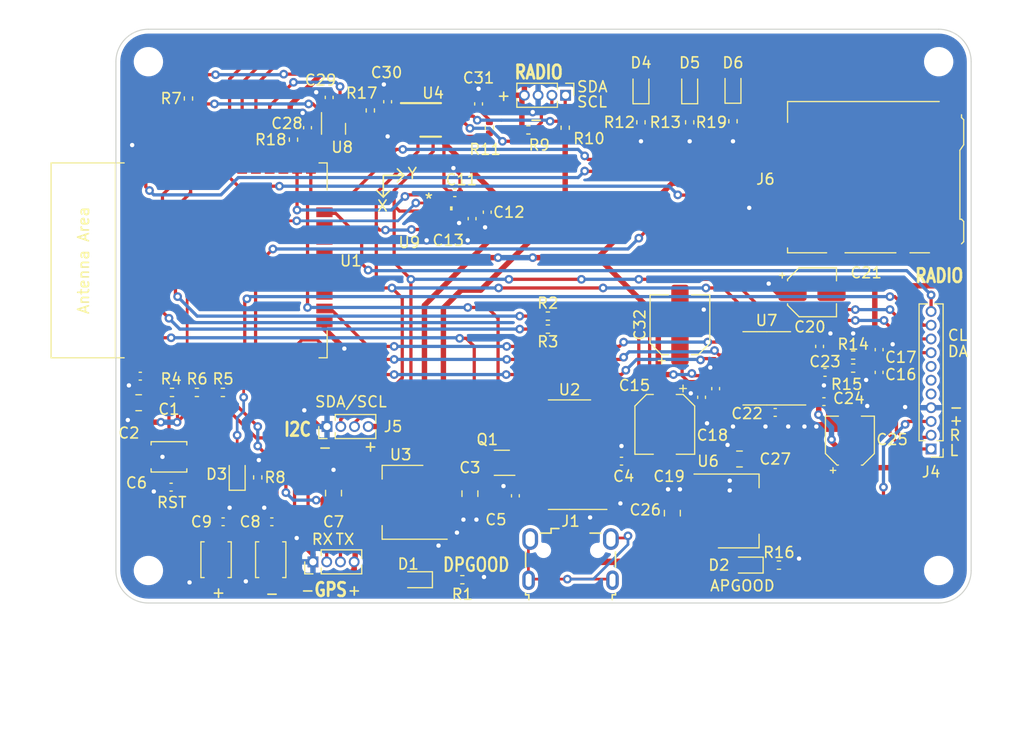
<source format=kicad_pcb>
(kicad_pcb (version 20221018) (generator pcbnew)
  (layers (0 "F.Cu" signal) (31 "B.Cu" power) (34 "B.Paste" user) (35 "F.Paste" user) (36 "B.SilkS" user "B.Silkscreen") (37 "F.SilkS" user "F.Silkscreen") (38 "B.Mask" user) (39 "F.Mask" user) (44 "Edge.Cuts" user))
  (net 0 "")
  (net 1 "+3V3")
  (net 2 "GND")
  (net 3 "Net-(U2-V3)")
  (net 4 "3v3 OUT")
  (net 5 "/EN")
  (net 6 "/USB-")
  (net 7 "/USB+")
  (net 9 "unconnected-(J1-Shield-Pad6)")
  (net 10 "/RTS")
  (net 11 "/DTR")
  (net 12 "/BOOT")
  (net 13 "Net-(U2-TXD)")
  (net 14 "/RXD0")
  (net 15 "Net-(U2-RXD)")
  (net 16 "/TXD0")
  (net 25 "Net-(D3-K)")
  (net 26 "MOSI")
  (net 27 "SCK")
  (net 28 "MISO")
  (net 29 "unconnected-(U1-GND_THERMAL-Pad39)")
  (net 30 "/SCL5v")
  (net 31 "/SDA5v")
  (net 32 "/BTN1")
  (net 33 "/BTN2")
  (net 34 "Net-(D1-K)")
  (net 35 "Net-(U4-EN)")
  (net 36 "Si Addr")
  (net 37 "SCL3v3")
  (net 38 "/Audio/Lout")
  (net 39 "/Audio/Rout")
  (net 40 "Net-(U7-LDOO)")
  (net 41 "Net-(U7-OUTL)")
  (net 42 "Net-(U7-OUTR)")
  (net 43 "VDDA")
  (net 44 "Net-(U7-CAPP)")
  (net 45 "Net-(U7-CAPM)")
  (net 46 "Net-(U7-VNEG)")
  (net 47 "I2S_LRCK")
  (net 48 "I2S_DATA")
  (net 49 "I2S_BCK")
  (net 50 "5V")
  (net 51 "Net-(D2-K)")
  (net 52 "Si RST")
  (net 53 "SDA3v3")
  (net 54 "Net-(U8-GND)")
  (net 55 "/T_ALERT")
  (net 57 "uSD_CS")
  (net 60 "/TX_GPS")
  (net 61 "/RX_GPS")
  (net 64 "ESP_OK")
  (net 65 "Net-(D4-K)")
  (net 66 "LED_0")
  (net 67 "Net-(D5-K)")
  (net 68 "LED_1")
  (net 69 "Net-(D6-K)")
  (net 70 "LED_2")
  (net 71 "/ACC_INT2")
  (net 72 "/ACC_INT1")
  (footprint "Capacitor_SMD:CP_Elec_4x3" (layer "F.Cu") (at 103.8 82.2)
    (fp_text reference "C21")
    (fp_text value "10uF")
  )
  (footprint "Connector_PinHeader_1.27mm:PinHeader_1x04_P1.27mm_Vertical" (layer "F.Cu") (at 81.04 64 -90)
    (fp_text reference "J2")
    (fp_text value "Conn_01x04_Pin")
  )
  (footprint "LED_SMD:LED_0603_1608Metric" (layer "F.Cu") (at 67.25 108.75 180)
    (fp_text reference "D1")
    (fp_text value "RED")
  )
  (footprint "Resistor_SMD:R_0402_1005Metric" (layer "F.Cu") (at 81 67 90)
    (fp_text reference "R10")
    (fp_text value "4k7")
  )
  (footprint "Resistor_SMD:R_0402_1005Metric" (layer "F.Cu") (at 77.6 67.2)
    (fp_text reference "R9")
    (fp_text value "4k7")
  )
  (footprint "Resistor_SMD:R_0402_1005Metric" (layer "F.Cu") (at 79.4 84.4 180)
    (fp_text reference "R2")
    (fp_text value "0")
  )
  (footprint "footprints:DGK0008A_N" (layer "F.Cu") (at 68.574998 66.274999)
    (fp_text reference "U4")
    (fp_text value "TCA9517DGKRQ1")
  )
  (footprint "Resistor_SMD:R_0402_1005Metric" (layer "F.Cu") (at 46.2 64.3 -90)
    (fp_text reference "R7")
    (fp_text value "4k7")
  )
  (footprint "Capacitor_SMD:C_0402_1005Metric" (layer "F.Cu") (at 64.6 64.6 90)
    (fp_text reference "C30")
    (fp_text value "100nF")
  )
  (footprint "Connector_PinHeader_1.27mm:PinHeader_1x11_P1.27mm_Vertical" (layer "F.Cu") (at 114.8 96.67 180)
    (fp_text reference "J4")
    (fp_text value "Conn_01x11_Pin")
  )
  (footprint "Capacitor_SMD:C_0402_1005Metric" (layer "F.Cu") (at 104.9 92.3 180)
    (fp_text reference "C24")
    (fp_text value "0.1uF")
  )
  (footprint "LED_SMD:LED_0603_1608Metric" (layer "F.Cu") (at 92.5 63.3 90)
    (fp_text reference "D5")
    (fp_text value "RED")
  )
  (footprint "MountingHole:MountingHole_2.2mm_M2" (layer "F.Cu") (at 115.5 107.9)
    (fp_text reference "H4")
    (fp_text value "MountingHole")
  )
  (footprint "LIS2DH12:LGA-12_STM" (layer "F.Cu") (at 69.2 75.2)
    (fp_text reference "U9")
    (fp_text value "LIS2DH12TR")
  )
  (footprint "Capacitor_SMD:C_0402_1005Metric" (layer "F.Cu") (at 110 87.5 90)
    (fp_text reference "C17")
    (fp_text value "2.2nF")
  )
  (footprint "Resistor_SMD:R_0402_1005Metric" (layer "F.Cu") (at 79.4 85.6 180)
    (fp_text reference "R3")
    (fp_text value "0")
  )
  (footprint "Resistor_SMD:R_0402_1005Metric" (layer "F.Cu") (at 74 67 90)
    (fp_text reference "R11")
    (fp_text value "10k")
  )
  (footprint "Capacitor_SMD:C_0402_1005Metric" (layer "F.Cu") (at 59.2 64.2 90)
    (fp_text reference "C29")
    (fp_text value "100nF")
  )
  (footprint "Capacitor_SMD:C_0402_1005Metric" (layer "F.Cu") (at 70.8 73)
    (fp_text reference "C11")
    (fp_text value "100nF")
  )
  (footprint "Connector_USB:USB_Micro-B_Wuerth_629105150521" (layer "F.Cu") (at 81.495 106.845)
    (fp_text reference "J1")
    (fp_text value "USB_B_Micro")
  )
  (footprint "Package_SO:TSSOP-20_4.4x6.5mm_P0.65mm" (layer "F.Cu") (at 99.62 89.225 180)
    (fp_text reference "U7")
    (fp_text value "PCM5102A")
  )
  (footprint "Resistor_SMD:R_0402_1005Metric" (layer "F.Cu") (at 88 66.5 -90)
    (fp_text reference "R12")
    (fp_text value "1k")
  )
  (footprint "Capacitor_SMD:CP_Elec_5x5.3" (layer "F.Cu") (at 91.6 85.2 90)
    (fp_text reference "C32")
    (fp_text value "10uF")
  )
  (footprint "Capacitor_SMD:C_0402_1005Metric" (layer "F.Cu") (at 100.4 93.3 180)
    (fp_text reference "C22")
    (fp_text value "2.2uF")
  )
  (footprint "Capacitor_SMD:C_0402_1005Metric" (layer "F.Cu") (at 76.4 101 90)
    (fp_text reference "C5")
    (fp_text value "100nF")
  )
  (footprint "Package_SON:WSON-6-1EP_2x2mm_P0.65mm_EP1x1.6mm" (layer "F.Cu") (at 59.6 66.6 -90)
    (fp_text reference "U8")
    (fp_text value "TMP117xxDRV")
  )
  (footprint "Capacitor_SMD:CP_Elec_4x3" (layer "F.Cu") (at 107.3 95.9 90)
    (fp_text reference "C25")
    (fp_text value "10uF")
  )
  (footprint "LED_SMD:LED_0603_1608Metric" (layer "F.Cu") (at 97.8 107.4 180)
    (fp_text reference "D2")
    (fp_text value "RED")
  )
  (footprint "Capacitor_SMD:C_0402_1005Metric" (layer "F.Cu") (at 110 89.6 -90)
    (fp_text reference "C16")
    (fp_text value "2.2nF")
  )
  (footprint "Capacitor_SMD:C_0402_1005Metric" (layer "F.Cu") (at 57.2 67 90)
    (fp_text reference "C28")
    (fp_text value "100nF")
  )
  (footprint "Resistor_SMD:R_0402_1005Metric" (layer "F.Cu") (at 92.5 66.5 -90)
    (fp_text reference "R13")
    (fp_text value "1k")
  )
  (footprint "Capacitor_SMD:C_0805_2012Metric" (layer "F.Cu") (at 41.6 92.4 180)
    (fp_text reference "C1")
    (fp_text value "22uF")
  )
  (footprint "Resistor_SMD:R_0402_1005Metric" (layer "F.Cu") (at 52.6 99.3 90)
    (fp_text reference "R8")
    (fp_text value "1k")
  )
  (footprint "Button_Switch_SMD:SW_SPST_B3U-1000P" (layer "F.Cu") (at 48.75 106.9 -90)
    (fp_text reference "SW3" hide)
    (fp_text value "SW_Push")
  )
  (footprint "Package_TO_SOT_SMD:SOT-363_SC-70-6" (layer "F.Cu") (at 75.15 97.95 180)
    (fp_text reference "Q1")
    (fp_text value "UMH3N")
  )
  (footprint "Connector_PinHeader_1.27mm:PinHeader_1x04_P1.27mm_Vertical" (layer "F.Cu") (at 59 94.6 90)
    (fp_text reference "J5")
    (fp_text value "Conn_01x04_Pin")
  )
  (footprint "Resistor_SMD:R_0402_1005Metric" (layer "F.Cu") (at 107.6 89.2)
    (fp_text reference "R14")
    (fp_text value "470")
  )
  (footprint "Capacitor_SMD:C_0805_2012Metric" (layer "F.Cu") (at 59.6 100.75 -90)
    (fp_text reference "C7")
    (fp_text value "22uF")
  )
  (footprint "Capacitor_SMD:C_0805_2012Metric" (layer "F.Cu") (at 97.1 97.6)
    (fp_text reference "C27")
    (fp_text value "22uF")
  )
  (footprint "Resistor_SMD:R_0402_1005Metric" (layer "F.Cu") (at 100.745 107.4)
    (fp_text reference "R16")
    (fp_text value "1k")
  )
  (footprint "Resistor_SMD:R_0402_1005Metric" (layer "F.Cu") (at 44.68 91.45 180)
    (fp_text reference "R4")
    (fp_text value "10k")
  )
  (footprint "Button_Switch_SMD:SW_SPST_B3U-1000P" (layer "F.Cu") (at 53.8 106.9 -90)
    (fp_text reference "SW1" hide)
    (fp_text value "SW_Push")
  )
  (footprint "Capacitor_SMD:CP_Elec_5x5.3" (layer "F.Cu") (at 90.2 94.4 -90)
    (fp_text reference "C19")
    (fp_text value "10uF")
  )
  (footprint "Resistor_SMD:R_0402_1005Metric" (layer "F.Cu") (at 55.9 68.1 -90)
    (fp_text reference "R18")
    (fp_text value "4k7")
  )
  (footprint "Connector_PinHeader_1.27mm:PinHeader_1x04_P1.27mm_Vertical" (layer "F.Cu") (at 57.7 107.1 90)
    (fp_text reference "J3")
    (fp_text value "Conn_01x04_Pin")
  )
  (footprint "Capacitor_SMD:C_0402_1005Metric" (layer "F.Cu") (at 104.5 87.2 90)
    (fp_text reference "C20")
    (fp_text value "0.1uF")
  )
  (footprint "Capacitor_SMD:C_0805_2012Metric" (layer "F.Cu") (at 72.2 100.8 -90)
    (fp_text reference "C3")
    (fp_text value "22uF")
  )
  (footprint "Capacitor_SMD:C_0402_1005Metric" (layer "F.Cu") (at 86.2 97.8 180)
    (fp_text reference "C4")
    (fp_text value "100nF")
  )
  (footprint "Button_Switch_SMD:SW_SPST_B3U-1000P" (layer "F.Cu") (at 44.4 97.4 180)
    (fp_text reference "SW2" hide)
    (fp_text value "SW_Push")
  )
  (footprint "Resistor_SMD:R_0402_1005Metric" (layer "F.Cu") (at 46.98 91.45)
    (fp_text reference "R6")
    (fp_text value "1K")
  )
  (footprint "PCM_Espressif:ESP32-WROOM-32E" (layer "F.Cu") (at 48.01 79.25 90)
    (fp_text reference "U1")
    (fp_text value "ESP32-WROOM-E")
  )
  (footprint "Capacitor_SMD:C_0402_1005Metric" (layer "F.Cu") (at 41.75 89.95 180)
    (fp_text reference "C2")
    (fp_text value "0.1uF")
  )
  (footprint "Capacitor_SMD:C_0805_2012Metric" (layer "F.Cu") (at 90.9 102.6 90)
    (fp_text reference "C26")
    (fp_text value "22uF")
  )
  (footprint "Package_SO:SOIC-16_3.9x9.9mm_P1.27mm" (layer "F.Cu") (at 81.4 97.2 180)
    (fp_text reference "U2")
    (fp_text value "CH340C")
  )
  (footprint "Connector_Card:microSD_HC_Hirose_DM3AT-SF-PEJM5" (layer "F.Cu") (at 109.425 71.575 90)
    (fp_text reference "J6")
    (fp_text value "Micro_SD_Card")
  )
  (footprint "Capacitor_SMD:C_0402_1005Metric" (layer "F.Cu") (at 93.6 91.9 90)
    (fp_text reference "C15")
    (fp_text value "0.1uF")
  )
  (footprint "Resistor_SMD:R_0402_1005Metric" (layer "F.Cu") (at 96.5 66.4 -90)
    (fp_text reference "R19")
    (fp_text value "1k")
  )
  (footprint "MountingHole:MountingHole_2.2mm_M2" (layer "F.Cu") (at 42.5 107.9)
    (fp_text reference "H2")
    (fp_text value "MountingHole")
  )
  (footprint "Capacitor_SMD:C_0402_1005Metric" (layer "F.Cu") (at 53.9 103.4 180)
    (fp_text reference "C8")
    (fp_text value "0.1uF")
  )
  (footprint "Capacitor_SMD:C_0402_1005Metric" (layer "F.Cu") (at 105 89.6)
    (fp_text reference "C23")
    (fp_text value "2.2uF")
  )
  (footprint "Capacitor_SMD:C_0402_1005Metric" (layer "F.Cu") (at 73.8 74.8 -90)
    (fp_text reference "C12")
    (fp_text value "10uF")
  )
  (footprint "Capacitor_SMD:C_0402_1005Metric" (layer "F.Cu") (at 49.4 103.4)
    (fp_text reference "C9")
    (fp_text value "0.1uF")
  )
  (footprint "LED_SMD:LED_0603_1608Metric" (layer "F.Cu") (at 96.5 63.25 90)
    (fp_text reference "D6")
    (fp_text value "RED")
  )
  (footprint "Package_TO_SOT_SMD:SOT-223-3_TabPin2" (layer "F.Cu") (at 97 102.4)
    (fp_text reference "U6")
    (fp_text value "AMS1117-3.3")
  )
  (footprint "Package_TO_SOT_SMD:SOT-223-3_TabPin2" (layer "F.Cu") (at 66 101.6 180)
    (fp_text reference "U3")
    (fp_text value "AMS1117-3.3")
  )
  (footprint "MountingHole:MountingHole_2.2mm_M2" (layer "F.Cu") (at 115.5 60.9)
    (fp_text reference "H3")
    (fp_text value "MountingHole")
  )
  (footprint "Resistor_SMD:R_0402_1005Metric" (layer "F.Cu") (at 107.6 88 180)
    (fp_text reference "R15")
    (fp_text value "470")
  )
  (footprint "Resistor_SMD:R_0402_1005Metric" (layer "F.Cu") (at 49.38 91.45)
    (fp_text reference "R5")
    (fp_text value "1K")
  )
  (footprint "Resistor_SMD:R_0402_1005Metric" (layer "F.Cu") (at 63 65.4 -90)
    (fp_text reference "R17")
    (fp_text value "4k7")
  )
  (footprint "LED_SMD:LED_0603_1608Metric" (layer "F.Cu") (at 88 63.3 90)
    (fp_text reference "D4")
    (fp_text value "RED")
  )
  (footprint "MountingHole:MountingHole_2.2mm_M2" (layer "F.Cu") (at 42.5 60.9)
    (fp_text reference "H1" hide)
    (fp_text value "MountingHole")
  )
  (footprint "Capacitor_SMD:C_0402_1005Metric" (layer "F.Cu") (at 73 64.8 -90)
    (fp_text reference "C31")
    (fp_text value "100nF")
  )
  (footprint "Capacitor_SMD:C_0402_1005Metric" (layer "F.Cu") (at 44.6 100.2 180)
    (fp_text reference "C6")
    (fp_text value "100nF")
  )
  (footprint "Resistor_SMD:R_0402_1005Metric" (layer "F.Cu") (at 71.5 108.75)
    (fp_text reference "R1")
    (fp_text value "1k")
  )
  (footprint "Capacitor_SMD:C_0402_1005Metric" (layer "F.Cu") (at 94.9 91.1 90)
    (fp_text reference "C18")
    (fp_text value "0.1uF")
  )
  (footprint "LED_SMD:LED_0603_1608Metric" (layer "F.Cu") (at 50.7 99 90)
    (fp_text reference "D3")
    (fp_text value "RED")
  )
  (footprint "Capacitor_SMD:C_0402_1005Metric" (layer "F.Cu") (at 72.4 75.4 -90)
    (fp_text reference "C13")
    (fp_text value "100nF")
  )
  (gr_line (start 64.2 71.4) (end 66.1 71.4) (stroke (width 0.15)) (layer "F.SilkS"))
  (gr_line (start 64.8 72.8) (end 64.2 73.4) (stroke (width 0.15)) (layer "F.SilkS"))
  (gr_line (start 64.2 71.4) (end 64.2 73.4) (stroke (width 0.15)) (layer "F.SilkS"))
  (gr_line (start 65.5 70.8) (end 66.1 71.4) (stroke (width 0.15)) (layer "F.SilkS"))
  (gr_line (start 64.2 73.4) (end 63.6 72.8) (stroke (width 0.15)) (layer "F.SilkS"))
  (gr_line (start 66.1 71.4) (end 65.5 72) (stroke (width 0.15)) (layer "F.SilkS"))
  (gr_arc (start 115.5 57.9) (mid 117.62132 58.77868) (end 118.5 60.9) (stroke (width 0.1)) (layer "Edge.Cuts"))
  (gr_line (start 118.5 60.9) (end 118.5 107.9) (stroke (width 0.1)) (layer "Edge.Cuts"))
  (gr_line (start 115.5 57.9) (end 42.5 57.9) (stroke (width 0.1)) (layer "Edge.Cuts"))
  (gr_arc (start 118.5 107.9) (mid 117.62132 110.02132) (end 115.5 110.9) (stroke (width 0.1)) (layer "Edge.Cuts"))
  (gr_line (start 39.5 60.9) (end 39.5 107.9) (stroke (width 0.1)) (layer "Edge.Cuts"))
  (gr_line (start 115.5 110.9) (end 42.5 110.9) (stroke (width 0.1)) (layer "Edge.Cuts"))
  (gr_arc (start 42.5 110.9) (mid 40.37868 110.02132) (end 39.5 107.9) (stroke (width 0.1)) (layer "Edge.Cuts"))
  (gr_arc (start 39.5 60.9) (mid 40.37868 58.77868) (end 42.5 57.9) (stroke (width 0.1)) (layer "Edge.Cuts"))
  (gr_text "RADIO" (at 76.2 62.6) (layer "F.SilkS") (effects (font (size 1.25 1) (thickness 0.25) bold) (justify left bottom)))
  (gr_text "DPGOOD" (at 69.6 108.1) (layer "F.SilkS") (effects (font (size 1.25 1) (thickness 0.2) bold) (justify left bottom)))
  (gr_text "RADIO" (at 113.2 81.4) (layer "F.SilkS") (effects (font (size 1.25 1) (thickness 0.25) bold) (justify left bottom)))
  (gr_text "SDA/SCL\n" (at 57.8 92.9) (layer "F.SilkS") (effects (font (size 1 1)) (justify left bottom)))
  (gr_text "+" (at 62.3 97) (layer "F.SilkS") (effects (font (size 1 1)) (justify left bottom)))
  (gr_text "APGOOD" (at 94.3 109.9) (layer "F.SilkS") (effects (font (size 1 1)) (justify left bottom)))
  (gr_text "Y" (at 66.35 71.8) (layer "F.SilkS") (effects (font (size 1 1)) (justify left bottom)))
  (gr_text "I2C" (at 54.9 95.6) (layer "F.SilkS") (effects (font (size 1.25 1) (thickness 0.25) bold) (justify left bottom)))
  (gr_text "-" (at 58.1 97.1) (layer "F.SilkS") (effects (font (size 1 1)) (justify left bottom)))
  (gr_text "+" (at 48.26 110.5) (layer "F.SilkS") (effects (font (size 1 1)) (justify left bottom)))
  (gr_text "-" (at 53.2 110.6) (layer "F.SilkS") (effects (font (size 1 1)) (justify left bottom)))
  (gr_text "X" (at 63.55 74.8) (layer "F.SilkS") (effects (font (size 1 1)) (justify left bottom)))
  (gr_text "-" (at 116.4 93.4) (layer "F.SilkS") (effects (font (size 1 1)) (justify left bottom)))
  (gr_text "R" (at 116.4 96) (layer "F.SilkS") (effects (font (size 1 1)) (justify left bottom)))
  (gr_text "-" (at 56.5 110.3) (layer "F.SilkS") (effects (font (size 1 1)) (justify left bottom)))
  (gr_text "+" (at 74.6 64.6) (layer "F.SilkS") (effects (font (size 1 1)) (justify left bottom)))
  (gr_text "CL" (at 116.25 86.75) (layer "F.SilkS") (effects (font (size 1 1)) (justify left bottom)))
  (gr_text "SDA" (at 82 63.8) (layer "F.SilkS") (effects (font (size 1 1)) (justify left bottom)))
  (gr_text "+" (at 116.4 94.6) (layer "F.SilkS") (effects (font (size 1 1)) (justify left bottom)))
  (gr_text "TX" (at 59.7 105.6) (layer "F.SilkS") (effects (font (size 1 1)) (justify left bottom)))
  (gr_text "L" (at 116.4 97.4) (layer "F.SilkS") (effects (font (size 1 1)) (justify left bottom)))
  (gr_text "RX" (at 57.5 105.6) (layer "F.SilkS") (effects (font (size 1 1)) (justify left bottom)))
  (gr_text "-" (at 77.6 66.82) (layer "F.SilkS") (effects (font (size 1 1)) (justify left bottom)))
  (gr_text "GPS" (at 57.7 110.4) (layer "F.SilkS") (effects (font (size 1.25 1) (thickness 0.25) bold) (justify left bottom)))
  (gr_text "+" (at 60.8 110.3) (layer "F.SilkS") (effects (font (size 1 1)) (justify left bottom)))
  (gr_text "DA" (at 116.25 88.25) (layer "F.SilkS") (effects (font (size 1 1)) (justify left bottom)))
  (gr_text "RST\n" (at 43.2 102.2) (layer "F.SilkS") (effects (font (size 1 1)) (justify left bottom)))
  (gr_text "SCL\n" (at 82 65.2) (layer "F.SilkS") (effects (font (size 1 1)) (justify left bottom)))
  (segment (start 92.9 89.9) (end 95.182965 89.9) (width 0.3) (layer "F.Cu") (net 1))
  (segment (start 68.4375 75.45) (end 68.4375 74.95) (width 0.3) (layer "F.Cu") (net 1))
  (segment (start 68 65) (end 65.1 62.1) (width 0.5) (layer "F.Cu") (net 1))
  (segment (start 92.7 89.7) (end 92.9 89.9) (width 0.3) (layer "F.Cu") (net 1))
  (segment (start 61.6 104.8) (end 61.6 107.01) (width 0.5) (layer "F.Cu") (net 1))
  (segment (start 90.875 72.125) (end 101.28 72.125) (width 0.5) (layer "F.Cu") (net 1))
  (segment (start 58 101.4) (end 59.3 101.4) (width 0.3) (layer "F.Cu") (net 1))
  (segment (start 48.87 92.07) (end 48.87 91.45) (width 0.3) (layer "F.Cu") (net 1))
  (segment (start 55.6 67.29) (end 55.9 67.59) (width 0.5) (layer "F.Cu") (net 1))
  (segment (start 66.3875 104.3875) (end 65.6 103.6) (width 0.5) (layer "F.Cu") (net 1))
  (segment (start 64.41 64.89) (end 64.6 65.08) (width 0.3) (layer "F.Cu") (net 1))
  (segment (start 45.1495 94.2) (end 46.47 92.8795) (width 0.3) (layer "F.Cu") (net 1))
  (segment (start 73.8 74.32) (end 74.88 74.32) (width 0.3) (layer "F.Cu") (net 1))
  (segment (start 90.1 91.6) (end 90.98 92.48) (width 0.5) (layer "F.Cu") (net 1))
  (segment (start 55 62.05) (end 58.367918 62.05) (width 0.3) (layer "F.Cu") (net 1))
  (segment (start 42.4 94.2) (end 42.4 92.55) (width 0.5) (layer "F.Cu") (net 1))
  (segment (start 55.2 97.6) (end 53.25 95.65) (width 0.3) (layer "F.Cu") (net 1))
  (segment (start 55.1 107.2) (end 46.8 107.2) (width 0.5) (layer "F.Cu") (net 1))
  (segment (start 72.4 74.92) (end 73 74.32) (width 0.3) (layer "F.Cu") (net 1))
  (segment (start 42.4 92.55) (end 42.55 92.4) (width 0.5) (layer "F.Cu") (net 1))
  (segment (start 42.15 88.1) (end 42.15 89.78) (width 0.3) (layer "F.Cu") (net 1))
  (segment (start 84.048528 79) (end 84.048528 78.951472) (width 0.5) (layer "F.Cu") (net 1))
  (segment (start 68.4375 74.95) (end 69.9625 74.95) (width 0.3) (layer "F.Cu") (net 1))
  (segment (start 42.4 94.2) (end 43.6505 94.2) (width 0.5) (layer "F.Cu") (net 1))
  (segment (start 69.4 68) (end 69.4 66.4) (width 0.5) (layer "F.Cu") (net 1))
  (segment (start 58.417918 62.1) (end 55.6 64.917918) (width 0.5) (layer "F.Cu") (net 1))
  (segment (start 55.9 67.59) (end 57.09 67.59) (width 0.5) (layer "F.Cu") (net 1))
  (segment (start 61.6 107.01) (end 61.51 107.1) (width 0.5) (layer "F.Cu") (net 1))
  (segment (start 75.2 73.8) (end 69.8 68.4) (width 0.5) (layer "F.Cu") (net 1))
  (segment (start 46.2 62.7) (end 46.8 62.1) (width 0.3) (layer "F.Cu") (net 1))
  (segment (start 69.8 72.48) (end 69.8 68.4) (width 0.3) (layer "F.Cu") (net 1))
  (segment (start 75.2 74) (end 75.2 73.8) (width 0.5) (layer "F.Cu") (net 1))
  (segment (start 68 83.4) (end 72.65 78.75) (width 0.5) (layer "F.Cu") (net 1))
  (segment (start 70.2 73.12) (end 70.32 73) (width 0.3) (layer "F.Cu") (net 1))
  (segment (start 96.7575 90.2) (end 95.482965 90.2) (width 0.3) (layer "F.Cu") (net 1))
  (segment (start 57.1 109.2) (end 55.1 107.2) (width 0.5) (layer "F.Cu") (net 1))
  (segment (start 74.88 74.32) (end 75.2 74) (width 0.3) (layer "F.Cu") (net 1))
  (segment (start 68 95.5) (end 68 83.4) (width 0.5) (layer "F.Cu") (net 1))
  (segment (start 66.3875 108.6) (end 66.3875 104.3875) (width 0.5) (layer "F.Cu") (net 1))
  (segment (start 84.048528 78.951472) (end 90.875 72.125) (width 0.5) (layer "F.Cu") (net 1))
  (segment (start 74.8 79) (end 72.4 79) (width 0.5) (layer "F.Cu") (net 1))
  (segment (start 73 74.32) (end 73.8 74.32) (width 0.3) (layer "F.Cu") (net 1))
  (segment (start 90.1 89.8) (end 90.1 91.3) (width 0.5) (layer "F.Cu") (net 1))
  (segment (start 90.1 89.8) (end 91 89.8) (width 0.5) (layer "F.Cu") (net 1))
  (segment (start 93.6 92.38) (end 96.5275 92.38) (width 0.5) (layer "F.Cu") (net 1))
  (segment (start 70.32 73) (end 69.8 72.48) (width 0.3) (layer "F.Cu") (net 1))
  (segment (start 59.052557 68.25) (end 59.6 67.702557) (width 0.3) (layer "F.Cu") (net 1))
  (segment (start 45.19 94.1595) (end 45.1495 94.2) (width 0.3) (layer "F.Cu") (net 1))
  (segment (start 68 95.5) (end 67.1 94.6) (width 0.5) (layer "F.Cu") (net 1))
  (segment (start 64.6 65.08) (end 66.129999 65.08) (width 0.3) (layer "F.Cu") (net 1))
  (segment (start 101.28 72.125) (end 101.31 72.155) (width 0.5) (layer "F.Cu") (net 1))
  (segment (start 57.09 67.59) (end 57.2 67.48) (width 0.5) (layer "F.Cu") (net 1))
  (segment (start 60.117106 109.2) (end 57.1 109.2) (width 0.5) (layer "F.Cu") (net 1))
  (segment (start 65.1 62.1) (end 58.417918 62.1) (width 0.5) (layer "F.Cu") (net 1))
  (segment (start 45.19 91.45) (end 45.19 94.1595) (width 0.3) (layer "F.Cu") (net 1))
  (segment (start 69.9625 74.449999) (end 70.2 74.212499) (width 0.3) (layer "F.Cu") (net 1))
  (segment (start 61.51 107.1) (end 61.51 107.807106) (width 0.5) (layer "F.Cu") (net 1))
  (segment (start 66.275001 65.275001) (end 67.724999 65.275001) (width 0.3) (layer "F.Cu") (net 1))
  (segment (start 95.482965 90.2) (end 95.182965 89.9) (width 0.3) (layer "F.Cu") (net 1))
  (segment (start 72.37 74.95) (end 72.4 74.92) (width 0.3) (layer "F.Cu") (net 1))
  (segment (start 72.4 79) (end 75.2 76.2) (width 0.5) (layer "F.Cu") (net 1))
  (segment (start 96.5275 92.38) (end 96.7575 92.15) (width 0.5) (layer "F.Cu") (net 1))
  (segment (start 90.8 92) (end 91.18 92.38) (width 0.5) (layer "F.Cu") (net 1))
  (segment (start 70.2 74.212499) (end 70.2 73.12) (width 0.3) (layer "F.Cu") (net 1))
  (segment (start 55.6 64.917918) (end 55.6 67.29) (width 0.5) (layer "F.Cu") (net 1))
  (segment (start 63 64.89) (end 64.41 64.89) (width 0.3) (layer "F.Cu") (net 1))
  (segment (start 58.367918 62.05) (end 58.417918 62.1) (width 0.3) (layer "F.Cu") (net 1))
  (segment (start 75.2 76.2) (end 75.2 74) (width 0.5) (layer "F.Cu") (net 1))
  (segment (start 59.6 67.702557) (end 59.6 67.525) (width 0.3) (layer "F.Cu") (net 1))
  (segment (start 69.4 66.4) (end 68 65) (width 0.5) (layer "F.Cu") (net 1))
  (segment (start 46.47 92.8795) (end 46.47 91.45) (width 0.3) (layer "F.Cu") (net 1))
  (segment (start 69.9625 74.95) (end 72.37 74.95) (width 0.3) (layer "F.Cu") (net 1))
  (segment (start 46.8 62.1) (end 48.7 62.1) (width 0.3) (layer "F.Cu") (net 1))
  (segment (start 90.1 91.3) (end 90.8 92) (width 0.5) (layer "F.Cu") (net 1))
  (segment (start 91.18 92.38) (end 93.6 92.38) (width 0.5) (layer "F.Cu") (net 1))
  (segment (start 42.4 94.6) (end 42.4 94.2) (width 0.5) (layer "F.Cu") (net 1))
  (segment (start 69.8 68.4) (end 69.4 68) (width 0.5) (layer "F.Cu") (net 1))
  (segment (start 78 79) (end 84.048528 79) (width 0.5) (layer "F.Cu") (net 1))
  (segment (start 42.23 92.08) (end 42.55 92.4) (width 0.5) (layer "F.Cu") (net 1))
  (segment (start 59.6 101.7) (end 59.6 102.8) (width 0.5) (layer "F.Cu") (net 1))
  (segment (start 59.052557 68.25) (end 57.97 68.25) (width 0.3) (layer "F.Cu") (net 1))
  (segment (start 55.2 100.7) (end 55.2 97.6) (width 0.3) (layer "F.Cu") (net 1))
  (segment (start 46.8 107.2) (end 41 101.4) (width 0.5) (layer "F.Cu") (net 1))
  (segment (start 89.6 84.551472) (end 89.6 89.3) (width 0.5) (layer "F.Cu") (net 1))
  (segment (start 68 96.25) (end 62.85 101.4) (width 0.5) (layer "F.Cu") (net 1))
  (segment (start 52.45 95.65) (end 48.87 92.07) (width 0.3) (layer "F.Cu") (net 1))
  (segment (start 61.51 107.807106) (end 60.117106 109.2) (width 0.5) (layer "F.Cu") (net 1))
  (segment (start 62.85 100.4) (end 62.85 101.6) (width 0.5) (layer "F.Cu") (net 1))
  (segment (start 84.048528 79) (end 89.6 84.551472) (width 0.5) (layer "F.Cu") (net 1))
  (segment (start 57.97 68.25) (end 57.2 67.48) (width 0.3) (layer "F.Cu") (net 1))
  (segment (start 59.6 102.8) (end 61.6 104.8) (width 0.5) (layer "F.Cu") (net 1))
  (segment (start 41 101.4) (end 41 96) (width 0.5) (layer "F.Cu") (net 1))
  (segment (start 42.23 89.95) (end 42.23 92.08) (width 0.5) (layer "F.Cu") (net 1))
  (segment (start 41 96) (end 42.4 94.6) (width 0.5) (layer "F.Cu") (net 1))
  (segment (start 67.724999 65.275001) (end 68 65) (width 0.3) (layer "F.Cu") (net 1))
  (segment (start 89.6 89.3) (end 90.1 89.8) (width 0.5) (layer "F.Cu") (net 1))
  (segment (start 46.2 63.79) (end 46.2 62.7) (width 0.3) (layer "F.Cu") (net 1))
  (segment (start 68 95.5) (end 68 96.25) (width 0.5) (layer "F.Cu") (net 1))
  (segment (start 53.25 95.65) (end 52.45 95.65) (width 0.3) (layer "F.Cu") (net 1))
  (segment (start 66.129999 65.08) (end 66.349999 65.3) (width 0.3) (layer "F.Cu") (net 1))
  (segment (start 67.1 94.6) (end 62.81 94.6) (width 0.5) (layer "F.Cu") (net 1))
  (via (at 92.7 89.7) (size 0.8) (drill 0.4) (layers "F.Cu" "B.Cu") (net 1))
  (via (at 55 62.05) (size 0.8) (drill 0.4) (layers "F.Cu" "B.Cu") (net 1))
  (via (at 78 79) (size 0.8) (drill 0.4) (layers "F.Cu" "B.Cu") (net 1))
  (via (at 74.8 79) (size 0.8) (drill 0.4) (layers "F.Cu" "B.Cu") (net 1))
  (via (at 48.7 62.1) (size 0.8) (drill 0.4) (layers "F.Cu" "B.Cu") (net 1))
  (via (at 43.6505 94.2) (size 0.8) (drill 0.4) (layers "F.Cu" "B.Cu") (net 1))
  (via (at 58 101.4) (size 0.8) (drill 0.4) (layers "F.Cu" "B.Cu") (net 1))
  (via (at 45.1495 94.2) (size 0.8) (drill 0.4) (layers "F.Cu" "B.Cu") (net 1))
  (via (at 55.2 100.7) (size 0.8) (drill 0.4) (layers "F.Cu" "B.Cu") (net 1))
  (via (at 91 89.8) (size 0.8) (drill 0.4) (layers "F.Cu" "B.Cu") (net 1))
  (segment (start 54.95 62.1) (end 48.7 62.1) (width 0.3) (layer "B.Cu") (net 1))
  (segment (start 92.6 89.8) (end 92.7 89.7) (width 0.3) (layer "B.Cu") (net 1))
  (segment (start 55.9 101.4) (end 55.2 100.7) (width 0.3) (layer "B.Cu") (net 1))
  (segment (start 74.8 79) (end 78 79) (width 0.5) (layer "B.Cu") (net 1))
  (segment (start 58 101.4) (end 55.9 101.4) (width 0.3) (layer "B.Cu") (net 1))
  (segment (start 43.6505 94.2) (end 45.1495 94.2) (width 0.5) (layer "B.Cu") (net 1))
  (segment (start 55 62.05) (end 54.95 62.1) (width 0.3) (layer "B.Cu") (net 1))
  (segment (start 91 89.8) (end 92.6 89.8) (width 0.3) (layer "B.Cu") (net 1))
  (segment (start 40.65 92.4) (end 40.65 93.95) (width 0.3) (layer "F.Cu") (net 2))
  (segment (start 58 63.72) (end 59.2 63.72) (width 0.5) (layer "F.Cu") (net 2))
  (segment (start 49.88 102.22) (end 50 102.1) (width 0.25) (layer "F.Cu") (net 2))
  (segment (start 98.15 86.95) (end 98.2 87) (width 0.3) (layer "F.Cu") (net 2))
  (segment (start 112.46 92.86) (end 114.8 92.86) (width 0.3) (layer "F.Cu") (net 2))
  (segment (start 100.6 82.2) (end 99.8 81.4) (width 0.5) (layer "F.Cu") (net 2))
  (segment (start 102 82.2) (end 100.6 82.2) (width 0.5) (layer "F.Cu") (net 2))
  (segment (start 58.75 85.55) (end 58.75 85.07) (width 0.5) (layer "F.Cu") (net 2))
  (segment (start 110 90.8) (end 109.4 91.4) (width 0.3) (layer "F.Cu") (net 2))
  (segment (start 73.8 75.28) (end 73.8 75.998624) (width 0.3) (layer "F.Cu") (net 2))
  (segment (start 102.4825 90.85) (end 104.15 90.85) (width 0.3) (layer "F.Cu") (net 2))
  (segment (start 52.6 98.79) (end 52.6 97.8) (width 0.25) (layer "F.Cu") (net 2))
  (segment (start 111.25 87) (end 110.02 87) (width 0.3) (layer "F.Cu") (net 2))
  (segment (start 49.88 103.4) (end 49.88 102.22) (width 0.25) (layer "F.Cu") (net 2))
  (segment (start 71.2 75.8) (end 70.85 75.45) (width 0.3) (layer "F.Cu") (net 2))
  (segment (start 104.15 90.85) (end 104.2 90.9) (width 0.3) (layer "F.Cu") (net 2))
  (segment (start 93.8 83.8) (end 92.4 83.8) (width 0.5) (layer "F.Cu") (net 2))
  (segment (start 71.28 71.3305) (end 71.28 73) (width 0.3) (layer "F.Cu") (net 2))
  (segment (start 98.1 86.3) (end 98.2 86.4) (width 0.3) (layer "F.Cu") (net 2))
  (segment (start 46.7 108.6) (end 46.3 109) (width 0.25) (layer "F.Cu") (net 2))
  (segment (start 66.275001 67.225002) (end 65.174998 67.225002) (width 0.25) (layer "F.Cu") (net 2))
  (segment (start 42.7 97.4) (end 43.8 97.4) (width 0.5) (layer "F.Cu") (net 2))
  (segment (start 68.95 75.9625) (end 69.45 75.9625) (width 0.3) (layer "F.Cu") (net 2))
  (segment (start 78.5 64) (end 78.5 65.0515) (width 0.3) (layer "F.Cu") (net 2))
  (segment (start 43.4 100.2) (end 43 100.6) (width 0.5) (layer "F.Cu") (net 2))
  (segment (start 102 107.4) (end 102.6 106.8) (width 0.25) (layer "F.Cu") (net 2))
  (segment (start 101.065 107.4) (end 102 107.4) (width 0.25) (layer "F.Cu") (net 2))
  (segment (start 110 90.08) (end 110 90.8) (width 0.3) (layer "F.Cu") (net 2))
  (segment (start 57.52 66.52) (end 57.2 66.52) (width 0.3) (layer "F.Cu") (net 2))
  (segment (start 110.02 87) (end 110 87.02) (width 0.3) (layer "F.Cu") (net 2))
  (segment (start 90.2 96.6) (end 90.2 96.4) (width 0.5) (layer "F.Cu") (net 2))
  (segment (start 56.2 104.9) (end 57.7 106.4) (width 0.5) (layer "F.Cu") (net 2))
  (segment (start 112.4 92.8) (end 112.46 92.86) (width 0.3) (layer "F.Cu") (net 2))
  (segment (start 75.72 100.52) (end 75.3 100.1) (width 0.3) (layer "F.Cu") (net 2))
  (segment (start 98 74.4) (end 98.075 74.325) (width 0.5) (layer "F.Cu") (net 2))
  (segment (start 98.075 74.325) (end 101.28 74.325) (width 0.5) (layer "F.Cu") (net 2))
  (segment (start 95.862284 89.55) (end 95.712284 89.4) (width 0.3) (layer "F.Cu") (net 2))
  (segment (start 101.28 74.325) (end 101.31 74.355) (width 0.5) (layer "F.Cu") (net 2))
  (segment (start 57.7 106.4) (end 57.7 107.1) (width 0.5) (layer "F.Cu") (net 2))
  (segment (start 64.25 63) (end 64.6 63.35) (width 0.5) (layer "F.Cu") (net 2))
  (segment (start 65.174998 67.225002) (end 64.6 67.8) (width 0.25) (layer "F.Cu") (net 2))
  (segment (start 58.525 67.525) (end 57.52 66.52) (width 0.3) (layer "F.Cu") (net 2))
  (segment (start 41.27 89.95) (end 41.27 90.23) (width 0.3) (layer "F.Cu") (net 2))
  (segment (start 40.88 88.1) (end 40.88 89.56) (width 0.3) (layer "F.Cu") (net 2))
  (segment (start 51.8 108.6) (end 51.5 108.9) (width 0.3) (layer "F.Cu") (net 2))
  (segment (start 69.9625 75.950001) (end 70.612499 76.6) (width 0.3) (layer "F.Cu") (net 2))
  (segment (start 53.8 108.6) (end 51.8 108.6) (width 0.3) (layer "F.Cu") (net 2))
  (segment (start 57.2 66.084871) (end 57.2 66.52) (width 0.5) (layer "F.Cu") (net 2))
  (segment (start 70.85 75.45) (end 69.9625 75.45) (width 0.3) (layer "F.Cu") (net 2))
  (segment (start 78.5 65.0515) (end 78 65.5515) (width 0.3) (layer "F.Cu") (net 2))
  (segment (start 72.4 77) (end 72 77.4) (width 0.3) (layer "F.Cu") (net 2))
  (segment (start 64.6 63.35) (end 64.6 64.12) (width 0.5) (layer "F.Cu") (net 2))
  (segment (start 109.4 91.4) (end 109 91.4) (width 0.3) (layer "F.Cu") (net 2))
  (segment (start 58.4 94.6) (end 59 94.6) (width 0.3) (layer "F.Cu") (net 2))
  (segment (start 44.12 100.2) (end 43.4 100.2) (width 0.5) (layer "F.Cu") (net 2))
  (segment (start 76.4 100.52) (end 75.72 100.52) (width 0.3) (layer "F.Cu") (net 2))
  (segment (start 96.5 68.25) (end 96.5 66.91) (width 0.3) (layer "F.Cu") (net 2))
  (segment (start 53.42 103.4) (end 53.42 102.32) (width 0.25) (layer "F.Cu") (net 2))
  (segment (start 91.7 94.9) (end 92 94.6) (width 0.5) (layer "F.Cu") (net 2))
  (segment (start 95.862284 89.55) (end 96.7575 89.55) (width 0.3) (layer "F.Cu") (net 2))
  (segment (start 86.045 101.645) (end 86.1 101.7) (width 0.25) (layer "F.Cu") (net 2))
  (segment (start 52.6 97.8) (end 52.7 97.7) (width 0.25) (layer "F.Cu") (net 2))
  (segment (start 40.88 89.56) (end 41.27 89.95) (width 0.3) (layer "F.Cu") (net 2))
  (segment (start 88 68.25) (end 88 67.01) (width 0.3) (layer "F.Cu") (net 2))
  (segment (start 83.875 101.645) (end 86.045 101.645) (width 0.25) (layer "F.Cu") (net 2))
  (segment (start 53.42 102.32) (end 53.2 102.1) (width 0.25) (layer "F.Cu") (net 2))
  (segment (start 92.5 68.25) (end 92.5 67.01) (width 0.3) (layer "F.Cu") (net 2))
  (segment (start 41.27 90.23) (end 40.7 90.8) (width 0.3) (layer "F.Cu") (net 2))
  (segment (start 58.95 67.525) (end 58.525 67.525) (width 0.3) (layer "F.Cu") (net 2))
  (segment (start 68.95 76.65) (end 68.2 77.4) (width 0.3) (layer "F.Cu") (net 2))
  (segment (start 68.95 75.9625) (end 68.95 76.65) (width 0.3) (layer "F.Cu") (net 2))
  (segment (start 94.6495 89.4) (end 94.4 89.1505) (width 0.3) (layer "F.Cu") (net 2))
  (segment (start 70.67475 70.72525) (end 71.28 71.3305) (width 0.3) (layer "F.Cu") (net 2))
  (segment (start 92 94.6) (end 92.2 94.6) (width 0.5) (layer "F.Cu") (net 2))
  (segment (start 73 64.32) (end 73 63.4) (width 0.5) (layer "F.Cu") (net 2))
  (segment (start 82.775 104.845) (end 82.775 103.525) (width 0.25) (layer "F.Cu") (net 2))
  (segment (start 96.7575 86.95) (end 98.15 86.95) (width 0.3) (layer "F.Cu") (net 2))
  (segment (start 72.4 75.88) (end 72.4 77) (width 0.3) (layer "F.Cu") (net 2))
  (segment (start 56.749112 65.633983) (end 57.2 66.084871) (width 0.5) (layer "F.Cu") (net 2))
  (segment (start 56.9 93.1) (end 58.4 94.6) (width 0.3) (layer "F.Cu") (net 2))
  (segment (start 82.775 103.525) (end 83.3 103) (width 0.25) (layer "F.Cu") (net 2))
  (segment (start 70.612499 76.6) (end 71.68 76.6) (width 0.3) (layer "F.Cu") (net 2))
  (segment (start 40.65 93.95) (end 40.6 94) (width 0.3) (layer "F.Cu") (net 2))
  (segment (start 71.68 76.6) (end 72.4 75.88) (width 0.3) (layer "F.Cu") (net 2))
  (segment (start 40.99 68.61) (end 40.99 70.6) (width 0.5) (layer "F.Cu") (net 2))
  (segment (start 96.7575 86.3) (end 98.1 86.3) (width 0.3) (layer "F.Cu") (net 2))
  (segment (start 60.6 87.4) (end 58.75 85.55) (width 0.5) (layer "F.Cu") (net 2))
  (segment (start 41 68.6) (end 40.99 68.61) (width 0.5) (layer "F.Cu") (net 2))
  (segment (start 72.01 108.75) (end 73.25 108.75) (width 0.3) (layer "F.Cu") (net 2))
  (segment (start 90.2 96.4) (end 91.7 94.9) (width 0.5) (layer "F.Cu") (net 2))
  (segment (start 73.25 108.75) (end 73.5 108.5) (width 0.3) (layer "F.Cu") (net 2))
  (segment (start 95.712284 89.4) (end 94.6495 89.4) (width 0.3) (layer "F.Cu") (net 2))
  (segment (start 48.9 108.6) (end 46.7 108.6) (width 0.25) (layer "F.Cu") (net 2))
  (segment (start 59.6 99.8) (end 59.6 98.6) (width 0.5) (layer "F.Cu") (net 2))
  (segment (start 86.2 96.4) (end 86.68 96.88) (width 0.3) (layer "F.Cu") (net 2))
  (segment (start 73.8 75.998624) (end 73.599312 76.199312) (width 0.3) (layer "F.Cu") (net 2))
  (segment (start 86.68 96.88) (end 86.68 97.8) (width 0.3) (layer "F.Cu") (net 2))
  (segment (start 92.4 83.8) (end 91.6 83) (width 0.5) (layer "F.Cu") (net 2))
  (via (at 72.8 103.2) (size 0.8) (drill 0.4) (layers "F.Cu" "B.Cu") (net 2))
  (via (at 58 63.72) (size 0.8) (drill 0.4) (layers "F.Cu" "B.Cu") (net 2))
  (via (at 69.3 105.6) (size 0.8) (drill 0.4) (layers "F.Cu" "B.Cu") (net 2))
  (via (at 56.2 104.9) (size 0.8) (drill 0.4) (layers "F.Cu" "B.Cu") (net 2))
  (via (at 59.6 98.6) (size 0.8) (drill 0.4) (layers "F.Cu" "B.Cu") (net 2))
  (via (at 40.7 90.8) (size 0.8) (drill 0.4) (layers "F.Cu" "B.Cu") (net 2))
  (via (at 78 65.5515) (size 0.8) (drill 0.4) (layers "F.Cu" "B.Cu") (net 2))
  (via (at 102.6 106.8) (size 0.8) (drill 0.4) (layers "F.Cu" "B.Cu") (net 2))
  (via (at 96.2 100.5) (size 0.8) (drill 0.4) (layers "F.Cu" "B.Cu") (net 2))
  (via (at 96 96.3) (size 0.8) (drill 0.4) (layers "F.Cu" "B.Cu") (net 2))
  (via (at 98 74.4) (size 0.8) (drill 0.4) (layers "F.Cu" "B.Cu") (net 2))
  (via (at 99.8 81.4) (size 0.8) (drill 0.4) (layers "F.Cu" "B.Cu") (net 2))
  (via (at 93.8 83.8) (size 0.8) (drill 0.4) (layers "F.Cu" "B.Cu") (net 2))
  (via (at 86.1 101.7) (size 0.8) (drill 0.4) (layers "F.Cu" "B.Cu") (net 2))
  (via (at 60.6 87.4) (size 0.8) (drill 0.4) (layers "F.Cu" "B.Cu") (net 2))
  (via (at 94.1 94.3) (size 0.8) (drill 0.4) (layers "F.Cu" "B.Cu") (net 2))
  (via (at 96.5 94.6) (size 0.8) (drill 0.4) (layers "F.Cu" "B.Cu") (net 2))
  (via (at 64.25 63) (size 0.8) (drill 0.4) (layers "F.Cu" "B.Cu") (net 2))
  (via (at 40.6 94) (size 0.8) (drill 0.4) (layers "F.Cu" "B.Cu") (net 2))
  (via (at 68.2 77.4) (size 0.8) (drill 0.4) (layers "F.Cu" "B.Cu") (net 2))
  (via (at 56.749112 65.633983) (size 0.8) (drill 0.4) (layers "F.Cu" "B.Cu") (net 2))
  (via (at 46.3 109) (size 0.8) (drill 0.4) (layers "F.Cu" "B.Cu") (net 2))
  (via (at 108.9 92.7) (size 0.8) (drill 0.4) (layers "F.Cu" "B.Cu") (net 2))
  (via (at 90.5 100.4) (size 0.8) (drill 0.4) (layers "F.Cu" "B.Cu") (net 2))
  (via (at 86.2 96.4) (size 0.8) (drill 0.4) (layers "F.Cu" "B.Cu") (net 2))
  (via (at 52.7 97.7) (size 0.8) (drill 0.4) (layers "F.Cu" "B.Cu") (net 2))
  (via (at 41 68.6) (size 0.8) (drill 0.4) (layers "F.Cu" "B.Cu") (net 2))
  (via (at 50 102.1) (size 0.8) (drill 0.4) (layers "F.Cu" "B.Cu") (net 2))
  (via (at 73.599312 76.199312) (size 0.8) (drill 0.4) (layers "F.Cu" "B.Cu") (net 2))
  (via (at 92.5 68.25) (size 0.8) (drill 0.4) (layers "F.Cu" "B.Cu") (net 2))
  (via (at 96.2 99.6) (size 0.8) (drill 0.4) (layers "F.Cu" "B.Cu") (net 2))
  (via (at 112.4 92.8) (size 0.8) (drill 0.4) (layers "F.Cu" "B.Cu") (net 2))
  (via (at 71.2 75.8) (size 0.8) (drill 0.4) (layers "F.Cu" "B.Cu") (net 2))
  (via (at 83.3 103) (size 0.8) (drill 0.4) (layers "F.Cu" "B.Cu") (net 2))
  (via (at 88 68.25) (size 0.8) (drill 0.4) (layers "F.Cu" "B.Cu") (net 2))
  (via (at 111.25 87) (size 0.8) (drill 0.4) (layers "F.Cu" "B.Cu") (net 2))
  (via (at 107.6 86) (size 0.8) (drill 0.4) (layers "F.Cu" "B.Cu") (net 2))
  (via (at 43 100.6) (size 0.8) (drill 0.4) (layers "F.Cu" "B.Cu") (net 2))
  (via (at 73.5 108.5) (size 0.8) (drill 0.4) (layers "F.Cu" "B.Cu") (net 2))
  (via (at 53.2 102.1) (size 0.8) (drill 0.4) (layers "F.Cu" "B.Cu") (net 2))
  (via (at 64.6 67.8) (size 0.8) (drill 0.4) (layers "F.Cu" "B.Cu") (net 2))
  (via (at 94.4 89.1505) (size 0.8) (drill 0.4) (layers "F.Cu" "B.Cu") (net 2))
  (via (at 105.5 86) (size 0.8) (drill 0.4) (layers "F.Cu" "B.Cu") (net 2))
  (via (at 71 104.4) (size 0.8) (drill 0.4) (layers "F.Cu" "B.Cu") (net 2))
  (via (at 70.67475 70.72525) (size 0.8) (drill 0.4) (layers "F.Cu" "B.Cu") (net 2))
  (via (at 73 63.4) (size 0.8) (drill 0.4) (layers "F.Cu" "B.Cu") (net 2))
  (via (at 91.6 100.4) (size 0.8) (drill 0.4) (layers "F.Cu" "B.Cu") (net 2))
  (via (at 96.5 68.25) (size 0.8) (drill 0.4) (layers "F.Cu" "B.Cu") (net 2))
  (via (at 56.9 93.1) (size 0.8) (drill 0.4) (layers "F.Cu" "B.Cu") (net 2))
  (via (at 71.6 103.2) (size 0.8) (drill 0.4) (layers "F.Cu" "B.Cu") (net 2))
  (via (at 43.8 97.4) (size 0.8) (drill 0.4) (layers "F.Cu" "B.Cu") (net 2))
  (via (at 99.5 94.6) (size 0.8) (drill 0.4) (layers "F.Cu" "B.Cu") (net 2))
  (via (at 104.2 94.6) (size 0.8) (drill 0.4) (layers "F.Cu" "B.Cu") (net 2))
  (via (at 104.9 90.8) (size 0.8) (drill 0.4) (layers "F.Cu" "B.Cu") (net 2))
  (via (at 51.5 108.9) (size 0.8) (drill 0.4) (layers "F.Cu" "B.Cu") (net 2))
  (via (at 101.6 94.6) (size 0.8) (drill 0.4) (layers "F.Cu" "B.Cu") (net 2))
  (via (at 92.6 91.5305) (size 0.8) (drill 0.4) (layers "F.Cu" "B.Cu") (net 2))
  (via (at 108.8 90.3) (size 0.8) (drill 0.4) (layers "F.Cu" "B.Cu") (net 2))
  (via (at 103.1 94.6) (size 0.8) (drill 0.4) (layers "F.Cu" "B.Cu") (net 2))
  (via (at 75.3 100.1) (size 0.8) (drill 0.4) (layers "F.Cu" "B.Cu") (net 2))
  (via (at 72 77.4) (size 0.8) (drill 0.4) (layers "F.Cu" "B.Cu") (net 2))
  (segment (start 83.875 97.835) (end 85.685 97.835) (width 0.3) (layer "F.Cu") (net 3))
  (segment (start 85.685 97.835) (end 85.72 97.8) (width 0.3) (layer "F.Cu") (net 3))
  (segment (start 44.17 91.45) (end 44.4 91.68) (width 0.3) (layer "F.Cu") (net 5))
  (segment (start 73.4 98.6) (end 74.2 98.6) (width 0.3) (layer "F.Cu") (net 5))
  (segment (start 43.53 90.81) (end 43.53 88.1) (width 0.3) (layer "F.Cu") (net 5))
  (segment (start 45.54 100.2) (end 45.08 100.2) (width 0.3) (layer "F.Cu") (net 5))
  (segment (start 43.53 86.67) (end 43.8 86.4) (width 0.3) (layer "F.Cu") (net 5))
  (segment (start 43.8 86.4) (end 44.6 86.4) (width 0.3) (layer "F.Cu") (net 5))
  (segment (start 44.17 91.45) (end 43.53 90.81) (width 0.3) (layer "F.Cu") (net 5))
  (segment (start 44.4 91.68) (end 44.4 94.92) (width 0.3) (layer "F.Cu") (net 5))
  (segment (start 43.53 88.1) (end 43.53 86.67) (width 0.3) (layer "F.Cu") (net 5))
  (segment (start 46.1 97.4) (end 46 97.5) (width 0.3) (layer "F.Cu") (net 5))
  (segment (start 71.8505 86.4505) (end 72.6 87.2) (width 0.3) (layer "F.Cu") (net 5))
  (segment (start 72.6 87.2) (end 72.6 97.8) (width 0.3) (layer "F.Cu") (net 5))
  (segment (start 46 97.5) (end 46 99.74) (width 0.3) (layer "F.Cu") (net 5))
  (segment (start 44.4 94.92) (end 46.1 96.62) (width 0.3) (layer "F.Cu") (net 5))
  (segment (start 72.6 97.8) (end 73.4 98.6) (width 0.3) (layer "F.Cu") (net 5))
  (segment (start 46 99.74) (end 45.54 100.2) (width 0.3) (layer "F.Cu") (net 5))
  (segment (start 71.25 86.4505) (end 71.8505 86.4505) (width 0.3) (layer "F.Cu") (net 5))
  (segment (start 44.17 91.35) (end 44.22 91.3) (width 0.3) (layer "F.Cu") (net 5))
  (segment (start 46.1 96.62) (end 46.1 97.4) (width 0.3) (layer "F.Cu") (net 5))
  (via (at 71.25 86.4505) (size 0.8) (drill 0.4) (layers "F.Cu" "B.Cu") (net 5))
  (via (at 44.6 86.4) (size 0.8) (drill 0.4) (layers "F.Cu" "B.Cu") (net 5))
  (segment (start 71.1995 86.4) (end 44.6 86.4) (width 0.3) (layer "B.Cu") (net 5))
  (segment (start 71.25 86.4505) (end 71.1995 86.4) (width 0.3) (layer "B.Cu") (net 5))
  (segment (start 80.925 103.769999) (end 80.925 97.1568) (width 0.2) (layer "F.Cu") (net 6))
  (segment (start 82.3768 95.705) (end 82.79 95.705) (width 0.2) (layer "F.Cu") (net 6))
  (segment (start 80.925 97.1568) (end 82.3768 95.705) (width 0.2) (layer "F.Cu") (net 6))
  (segment (start 83.2 95.295) (end 83.875 95.295) (width 0.2) (layer "F.Cu") (net 6))
  (segment (start 82.79 95.705) (end 83.2 95.295) (width 0.2) (layer "F.Cu") (net 6))
  (segment (start 80.825 103.869999) (end 80.925 103.769999) (width 0.2) (layer "F.Cu") (net 6))
  (segment (start 80.825 104.845) (end 80.825 103.869999) (width 0.2) (layer "F.Cu") (net 6))
  (segment (start 81.375 97.3432) (end 82.5632 96.155) (width 0.2) (layer "F.Cu") (net 7))
  (segment (start 81.375 103.769999) (end 81.375 97.3432) (width 0.2) (layer "F.Cu") (net 7))
  (segment (start 82.79 96.155) (end 83.2 96.565) (width 0.2) (layer "F.Cu") (net 7))
  (segment (start 81.475 103.869999) (end 81.375 103.769999) (width 0.2) (layer "F.Cu") (net 7))
  (segment (start 82.5632 96.155) (end 82.79 96.155) (width 0.2) (layer "F.Cu") (net 7))
  (segment (start 83.2 96.565) (end 83.875 96.565) (width 0.2) (layer "F.Cu") (net 7))
  (segment (start 81.475 104.845) (end 81.475 103.869999) (width 0.2) (layer "F.Cu") (net 7))
  (segment (start 85.2 104.895) (end 86.605 104.895) (width 0.25) (layer "F.Cu") (net 9))
  (segment (start 81.2 108.695) (end 77.6 108.695) (width 0.25) (layer "F.Cu") (net 9))
  (segment (start 77.6 105.045) (end 77.75 104.895) (width 0.25) (layer "F.Cu") (net 9))
  (segment (start 86.605 104.895) (end 86.8 104.7) (width 0.25) (layer "F.Cu") (net 9))
  (segment (start 81.2 108.695) (end 85.35 108.695) (width 0.25) (layer "F.Cu") (net 9))
  (segment (start 77.6 108.695) (end 77.6 105.045) (width 0.25) (layer "F.Cu") (net 9))
  (via (at 81.2 108.695) (size 0.8) (drill 0.4) (layers "F.Cu" "B.Cu") (net 9))
  (via (at 86.8 104.7) (size 0.8) (drill 0.4) (layers "F.Cu" "B.Cu") (net 9))
  (segment (start 83.605 108.695) (end 86.8 105.5) (width 0.25) (layer "B.Cu") (net 9))
  (segment (start 81.2 108.695) (end 83.605 108.695) (width 0.25) (layer "B.Cu") (net 9))
  (segment (start 86.8 105.5) (end 86.8 104.7) (width 0.25) (layer "B.Cu") (net 9))
  (segment (start 76.805 99.105) (end 78.925 99.105) (width 0.3) (layer "F.Cu") (net 10))
  (segment (start 76.3 98.6) (end 76.805 99.105) (width 0.3) (layer "F.Cu") (net 10))
  (segment (start 76.1 98.6) (end 76.3 98.6) (width 0.3) (layer "F.Cu") (net 10))
  (segment (start 74.2 97.95) (end 74.767894 97.95) (width 0.3) (layer "F.Cu") (net 10))
  (segment (start 75.417894 98.6) (end 76.1 98.6) (width 0.3) (layer "F.Cu") (net 10))
  (segment (start 74.767894 97.95) (end 75.417894 98.6) (width 0.3) (layer "F.Cu") (net 10))
  (segment (start 74.825 97.3) (end 75.475 97.95) (width 0.3) (layer "F.Cu") (net 11))
  (segment (start 74.2 97.3) (end 74.825 97.3) (width 0.3) (layer "F.Cu") (net 11))
  (segment (start 78.81 97.95) (end 78.925 97.835) (width 0.3) (layer "F.Cu") (net 11))
  (segment (start 75.475 97.95) (end 76.1 97.95) (width 0.3) (layer "F.Cu") (net 11))
  (segment (start 76.1 97.95) (end 78.81 97.95) (width 0.3) (layer "F.Cu") (net 11))
  (segment (start 74.8 96) (end 76.1 97.3) (width 0.3) (layer "F.Cu") (net 12))
  (segment (start 73.8 83.6) (end 74.8 84.6) (width 0.3) (layer "F.Cu") (net 12))
  (segment (start 57.2 73.29) (end 57.5 72.99) (width 0.3) (layer "F.Cu") (net 12))
  (segment (start 57.2 83.6) (end 57.2 73.29) (width 0.3) (layer "F.Cu") (net 12))
  (segment (start 74.8 84.6) (end 74.8 96) (width 0.3) (layer "F.Cu") (net 12))
  (segment (start 72 83.6) (end 73.8 83.6) (width 0.3) (layer "F.Cu") (net 12))
  (segment (start 57.5 72.99) (end 57.5 70.6) (width 0.3) (layer "F.Cu") (net 12))
  (via (at 72 83.6) (size 0.8) (drill 0.4) (layers "F.Cu" "B.Cu") (net 12))
  (via (at 57.2 83.6) (size 0.8) (drill 0.4) (layers "F.Cu" "B.Cu") (net 12))
  (segment (start 57.2 83.6) (end 72 83.6) (width 0.3) (layer "B.Cu") (net 12))
  (segment (start 88.8 99.4) (end 88.8 85.6) (width 0.3) (layer "F.Cu") (net 13))
  (segment (start 83.875 100.375) (end 87.825 100.375) (width 0.3) (layer "F.Cu") (net 13))
  (segment (start 87.6 84.4) (end 79.91 84.4) (width 0.3) (layer "F.Cu") (net 13))
  (segment (start 87.825 100.375) (end 88.8 99.4) (width 0.3) (layer "F.Cu") (net 13))
  (segment (start 88.8 85.6) (end 87.6 84.4) (width 0.3) (layer "F.Cu") (net 13))
  (segment (start 45 74.4) (end 46.4 73) (width 0.3) (layer "F.Cu") (net 14))
  (segment (start 45 82.4) (end 45 74.4) (width 0.3) (layer "F.Cu") (net 14))
  (segment (start 46.4 73) (end 46.4 70.93) (width 0.3) (layer "F.Cu") (net 14))
  (segment (start 76.8 84.4) (end 78.89 84.4) (width 0.3) (layer "F.Cu") (net 14))
  (segment (start 46.4 70.93) (end 46.07 70.6) (width 0.3) (layer "F.Cu") (net 14))
  (segment (start 46.07 70.6) (end 45.8 70.87) (width 0.3) (layer "F.Cu") (net 14))
  (segment (start 45.2 82.6) (end 45 82.4) (width 0.3) (layer "F.Cu") (net 14))
  (via (at 45.2 82.6) (size 0.8) (drill 0.4) (layers "F.Cu" "B.Cu") (net 14))
  (via (at 76.8 84.4) (size 0.8) (drill 0.4) (layers "F.Cu" "B.Cu") (net 14))
  (segment (start 45.2 82.6) (end 47 84.4) (width 0.3) (layer "B.Cu") (net 14))
  (segment (start 47 84.4) (end 76.8 84.4) (width 0.3) (layer "B.Cu") (net 14))
  (segment (start 87.295 99.105) (end 87.8 98.6) (width 0.3) (layer "F.Cu") (net 15))
  (segment (start 87.2 85.6) (end 79.91 85.6) (width 0.3) (layer "F.Cu") (net 15))
  (segment (start 83.875 99.105) (end 87.295 99.105) (width 0.3) (layer "F.Cu") (net 15))
  (segment (start 87.8 86.2) (end 87.2 85.6) (width 0.3) (layer "F.Cu") (net 15))
  (segment (start 87.8 98.6) (end 87.8 86.2) (width 0.3) (layer "F.Cu") (net 15))
  (segment (start 43.8 84) (end 43.8 73.2) (width 0.3) (layer "F.Cu") (net 16))
  (segment (start 44.8 72.2) (end 44.8 70.6) (width 0.3) (layer "F.Cu") (net 16))
  (segment (start 76.8 85.6) (end 78.89 85.6) (width 0.3) (layer "F.Cu") (net 16))
  (segment (start 43.8 73.2) (end 44.8 72.2) (width 0.3) (layer "F.Cu") (net 16))
  (segment (start 44.4 84.6) (end 43.8 84) (width 0.3) (layer "F.Cu") (net 16))
  (via (at 44.4 84.6) (size 0.8) (drill 0.4) (layers "F.Cu" "B.Cu") (net 16))
  (via (at 76.8 85.6) (size 0.8) (drill 0.4) (layers "F.Cu" "B.Cu") (net 16))
  (segment (start 76.8 85.6) (end 45.4 85.6) (width 0.3) (layer "B.Cu") (net 16))
  (segment (start 45.4 85.6) (end 44.4 84.6) (width 0.3) (layer "B.Cu") (net 16))
  (segment (start 52.5775 99.7875) (end 52.6 99.81) (width 0.25) (layer "F.Cu") (net 25))
  (segment (start 50.7 99.7875) (end 52.5775 99.7875) (width 0.25) (layer "F.Cu") (net 25))
  (segment (start 42.26 72.46) (end 42.26 70.6) (width 0.3) (layer "F.Cu") (net 26))
  (segment (start 42.6 72.8) (end 42.26 72.46) (width 0.3) (layer "F.Cu") (net 26))
  (segment (start 82.8 71) (end 82.825 71.025) (width 0.3) (layer "F.Cu") (net 26))
  (segment (start 82.825 71.025) (end 101.28 71.025) (width 0.3) (layer "F.Cu") (net 26))
  (segment (start 101.28 71.025) (end 101.31 71.055) (width 0.3) (layer "F.Cu") (net 26))
  (via (at 42.6 72.8) (size 0.8) (drill 0.4) (layers "F.Cu" "B.Cu") (net 26))
  (via (at 82.8 71) (size 0.8) (drill 0.4) (layers "F.Cu" "B.Cu") (net 26))
  (segment (start 49.2 73.2) (end 50.8 71.6) (width 0.3) (layer "B.Cu") (net 26))
  (segment (start 42.6 72.8) (end 43 73.2) (width 0.3) (layer "B.Cu") (net 26))
  (segment (start 50.8 71.6) (end 82.2 71.6) (width 0.3) (layer "B.Cu") (net 26))
  (segment (start 43 73.2) (end 49.2 73.2) (width 0.3) (layer "B.Cu") (net 26))
  (segment (start 82.2 71.6) (end 82.8 71) (width 0.3) (layer "B.Cu") (net 26))
  (segment (start 101.28 73.225) (end 101.31 73.255) (width 0.3) (layer "F.Cu") (net 27))
  (segment (start 49.88 71.48) (end 49.88 70.6) (width 0.3) (layer "F.Cu") (net 27))
  (segment (start 91.4 73.2) (end 91.425 73.225) (width 0.3) (layer "F.Cu") (net 27))
  (segment (start 50.8 72.4) (end 49.88 71.48) (width 0.3) (layer "F.Cu") (net 27))
  (segment (start 91.425 73.225) (end 101.28 73.225) (width 0.3) (layer "F.Cu") (net 27))
  (segment (start 54.6 72.4) (end 50.8 72.4) (width 0.3) (layer "F.Cu") (net 27))
  (via (at 54.6 72.4) (size 0.8) (drill 0.4) (layers "F.Cu" "B.Cu") (net 27))
  (via (at 91.4 73.2) (size 0.8) (drill 0.4) (layers "F.Cu" "B.Cu") (net 27))
  (segment (start 90.6 72.4) (end 91.4 73.2) (width 0.3) (layer "B.Cu") (net 27))
  (segment (start 54.6 72.4) (end 90.6 72.4) (width 0.3) (layer "B.Cu") (net 27))
  (segment (start 54 78.2) (end 52.4 79.8) (width 0.3) (layer "F.Cu") (net 28))
  (segment (start 52.4 88.08) (end 52.42 88.1) (width 0.3) (layer "F.Cu") (net 28))
  (segment (start 87.8 77.2) (end 89.575 75.425) (width 0.3) (layer "F.Cu") (net 28))
  (segment (start 52.4 79.8) (end 52.4 88.08) (width 0.3) (layer "F.Cu") (net 28))
  (segment (start 101.28 75.425) (end 101.31 75.455) (width 0.3) (layer "F.Cu") (net 28))
  (segment (start 89.575 75.425) (end 101.28 75.425) (width 0.3) (layer "F.Cu") (net 28))
  (via (at 87.8 77.2) (size 0.8) (drill 0.4) (layers "F.Cu" "B.Cu") (net 28))
  (via (at 54 78.2) (size 0.8) (drill 0.4) (layers "F.Cu" "B.Cu") (net 28))
  (segment (start 54 78.2) (end 86.8 78.2) (width 0.3) (layer "B.Cu") (net 28))
  (segment (start 86.8 78.2) (end 87.8 77.2) (width 0.3) (layer "B.Cu") (net 28))
  (segment (start 47.31 79.45) (end 47.31 80.85) (width 0.25) (layer "F.Cu") (net 29))
  (segment (start 47.31 80.85) (end 47.31 82.25) (width 0.25) (layer "F.Cu") (net 29))
  (segment (start 50.11 79.45) (end 50.11 80.85) (width 0.25) (layer "F.Cu") (net 29))
  (segment (start 50.11 80.85) (end 50.11 82.25) (width 0.25) (layer "F.Cu") (net 29))
  (segment (start 48.71 82.25) (end 48.71 80.85) (width 0.25) (layer "F.Cu") (net 29))
  (segment (start 47.31 82.25) (end 48.71 82.25) (width 0.25) (layer "F.Cu") (net 29))
  (segment (start 48.71 79.45) (end 48.71 80.85) (width 0.25) (layer "F.Cu") (net 29))
  (segment (start 48.71 79.45) (end 50.11 79.45) (width 0.25) (layer "F.Cu") (net 29))
  (segment (start 81 64.04) (end 81.04 64) (width 0.3) (layer "F.Cu") (net 30))
  (segment (start 80.91 66.4) (end 81 66.49) (width 0.3) (layer "F.Cu") (net 30))
  (segment (start 79.6 66.4) (end 80.91 66.4) (width 0.3) (layer "F.Cu") (net 30))
  (segment (start 70.725002 65.925002) (end 72.501663 65.925002) (width 0.3) (layer "F.Cu") (net 30))
  (segment (start 72.501663 65.925002) (end 72.877661 66.301) (width 0.3) (layer "F.Cu") (net 30))
  (segment (start 81 66.49) (end 81 64.04) (width 0.3) (layer "F.Cu") (net 30))
  (via (at 72.877661 66.301) (size 0.8) (drill 0.4) (layers "F.Cu" "B.Cu") (net 30))
  (via (at 79.6 66.4) (size 0.8) (drill 0.4) (layers "F.Cu" "B.Cu") (net 30))
  (segment (start 72.877661 66.301) (end 75.101 66.301) (width 0.3) (layer "B.Cu") (net 30))
  (segment (start 75.101 66.301) (end 79.501 66.301) (width 0.3) (layer "B.Cu") (net 30))
  (segment (start 79.501 66.301) (end 79.6 66.4) (width 0.3) (layer "B.Cu") (net 30))
  (segment (start 79.77 64.83) (end 79.77 64) (width 0.3) (layer "F.Cu") (net 31))
  (segment (start 77.0595 68.2505) (end 78.11 67.2) (width 0.3) (layer "F.Cu") (net 31))
  (segment (start 78.11 67.2) (end 78.8 66.51) (width 0.3) (layer "F.Cu") (net 31))
  (segment (start 75.2 68.2505) (end 77.0595 68.2505) (width 0.3) (layer "F.Cu") (net 31))
  (segment (start 78.8 65.8) (end 79.77 64.83) (width 0.3) (layer "F.Cu") (net 31))
  (segment (start 78.8 66.51) (end 78.8 65.8) (width 0.3) (layer "F.Cu") (net 31))
  (segment (start 71.724501 66.575001) (end 72.2 67.0505) (width 0.3) (layer "F.Cu") (net 31))
  (segment (start 70.725002 66.575001) (end 71.724501 66.575001) (width 0.3) (layer "F.Cu") (net 31))
  (via (at 75.2 68.2505) (size 0.8) (drill 0.4) (layers "F.Cu" "B.Cu") (net 31))
  (via (at 72.2 67.0505) (size 0.8) (drill 0.4) (layers "F.Cu" "B.Cu") (net 31))
  (segment (start 74 67.0505) (end 75.2 68.2505) (width 0.3) (layer "B.Cu") (net 31))
  (segment (start 72.2 67.0505) (end 74 67.0505) (width 0.3) (layer "B.Cu") (net 31))
  (segment (start 49.89 91.89) (end 49.89 91.45) (width 0.3) (layer "F.Cu") (net 32))
  (segment (start 49.89 91.45) (end 49.89 90.59) (width 0.3) (layer "F.Cu") (net 32))
  (segment (start 49.89 90.59) (end 48.5 89.2) (width 0.3) (layer "F.Cu") (net 32))
  (segment (start 54.38 98.18) (end 54.38 103.4) (width 0.3) (layer "F.Cu") (net 32))
  (segment (start 52.6 96.4) (end 54.38 98.18) (width 0.3) (layer "F.Cu") (net 32))
  (segment (start 54.4 103.42) (end 54.38 103.4) (width 0.3) (layer "F.Cu") (net 32))
  (segment (start 48.5 89.2) (end 48.5 88.1) (width 0.3) (layer "F.Cu") (net 32))
  (segment (start 52.6 94.6) (end 49.89 91.89) (width 0.3) (layer "F.Cu") (net 32))
  (segment (start 54.4 105.2) (end 54.4 103.42) (width 0.3) (layer "F.Cu") (net 32))
  (via (at 52.6 96.4) (size 0.8) (drill 0.4) (layers "F.Cu" "B.Cu") (net 32))
  (via (at 52.6 94.6) (size 0.8) (drill 0.4) (layers "F.Cu" "B.Cu") (net 32))
  (segment (start 52.6 94.6) (end 52.6 96.4) (width 0.3) (layer "B.Cu") (net 32))
  (segment (start 47.23 91.19) (end 47.23 88.1) (width 0.3) (layer "F.Cu") (net 33))
  (segment (start 48.9 94.9) (end 48.9 105.2) (width 0.3) (layer "F.Cu") (net 33))
  (segment (start 47.7 93.7) (end 48.9 94.9) (width 0.3) (layer "F.Cu") (net 33))
  (segment (start 47.49 91.45) (end 47.7 91.66) (width 0.3) (layer "F.Cu") (net 33))
  (segment (start 47.5 87.8) (end 47.5 88.47) (width 0.3) (layer "F.Cu") (net 33))
  (segment (start 47.7 91.66) (end 47.7 93.7) (width 0.3) (layer "F.Cu") (net 33))
  (segment (start 47.49 91.45) (end 47.23 91.19) (width 0.3) (layer "F.Cu") (net 33))
  (segment (start 68.0375 108.75) (end 70.99 108.75) (width 0.3) (layer "F.Cu") (net 34))
  (segment (start 70.725002 67.325002) (end 71.2 67.8) (width 0.3) (layer "F.Cu") (net 35))
  (segment (start 71.2 67.8) (end 73.71 67.8) (width 0.3) (layer "F.Cu") (net 35))
  (segment (start 73.71 67.8) (end 74 67.51) (width 0.3) (layer "F.Cu") (net 35))
  (segment (start 70.725002 67.225002) (end 70.725002 67.325002) (width 0.3) (layer "F.Cu") (net 35))
  (segment (start 51.6 82.8) (end 51.4 83) (width 0.3) (layer "F.Cu") (net 36))
  (segment (start 114.08 85.24) (end 114.8 85.24) (width 0.3) (layer "F.Cu") (net 36))
  (segment (start 111 82.6) (end 111.44 82.6) (width 0.3) (layer "F.Cu") (net 36))
  (segment (start 51.4 83) (end 51.4 87.85) (width 0.3) (layer "F.Cu") (net 36))
  (segment (start 51.4 87.85) (end 51.15 88.1) (width 0.3) (layer "F.Cu") (net 36))
  (segment (start 111.44 82.6) (end 114.08 85.24) (width 0.3) (layer "F.Cu") (net 36))
  (via (at 111 82.6) (size 0.8) (drill 0.4) (layers "F.Cu" "B.Cu") (net 36))
  (via (at 51.6 82.8) (size 0.8) (drill 0.4) (layers "F.Cu" "B.Cu") (net 36))
  (segment (start 51.8 82.6) (end 51.6 82.8) (width 0.3) (layer "B.Cu") (net 36))
  (segment (start 111 82.6) (end 51.8 82.6) (width 0.3) (layer "B.Cu") (net 36))
  (segment (start 111 83.8) (end 113.71 86.51) (width 0.3) (layer "F.Cu") (net 37))
  (segment (start 61.54 94.26) (end 61.54 94.6) (width 0.3) (layer "F.Cu") (net 37))
  (segment (start 61 66) (end 62.91 66) (width 0.3) (layer "F.Cu") (net 37))
  (segment (start 113.71 86.51) (end 114.8 86.51) (width 0.3) (layer "F.Cu") (net 37))
  (segment (start 63 65.91) (end 63.71 65.91) (width 0.3) (layer "F.Cu") (net 37))
  (segment (start 60.2 63.2) (end 60.2 65.6625) (width 0.3) (layer "F.Cu") (net 37))
  (segment (start 96.4 81) (end 94.6 81) (width 0.3) (layer "F.Cu") (net 37))
  (segment (start 68.8 69.2) (end 65.2 72.8) (width 0.3) (layer "F.Cu") (net 37))
  (segment (start 60.7125 65.7125) (end 61 66) (width 0.3) (layer "F.Cu") (net 37))
  (segment (start 107.8 83.8) (end 100.6 83.8) (width 0.3) (layer "F.Cu") (net 37))
  (segment (start 63.71 65.91) (end 63.725002 65.925002) (width 0.3) (layer "F.Cu") (net 37))
  (segment (start 62.91 66) (end 63 65.91) (width 0.3) (layer "F.Cu") (net 37))
  (segment (start 66.75 91.05) (end 65.5 92.3) (width 0.3) (layer "F.Cu") (net 37))
  (segment (start 65.2 74.2) (end 65.699 74.699) (width 0.3) (layer "F.Cu") (net 37))
  (segment (start 55.9 62.8) (end 53.7 65) (width 0.3) (layer "F.Cu") (net 37))
  (segment (start 67.711161 74.699) (end 67.960162 74.449999) (width 0.3) (layer "F.Cu") (net 37))
  (segment (start 65.2 72.8) (end 65.2 79.45) (width 0.3) (layer "F.Cu") (net 37))
  (segment (start 65.5 92.3) (end 63.5 92.3) (width 0.3) (layer "F.Cu") (net 37))
  (segment (start 96.8 81.4) (end 96.4 81) (width 0.3) (layer "F.Cu") (net 37))
  (segment (start 68.8 67.3) (end 68.8 69.2) (width 0.3) (layer "F.Cu") (net 37))
  (segment (start 99.2 83.8) (end 96.8 81.4) (width 0.3) (layer "F.Cu") (net 37))
  (segment (start 67.425002 65.925002) (end 68.8 67.3) (width 0.3) (layer "F.Cu") (net 37))
  (segment (start 100.6 83.8) (end 99.2 83.8) (width 0.3) (layer "F.Cu") (net 37))
  (segment (start 63.5 92.3) (end 61.54 94.26) (width 0.3) (layer "F.Cu") (net 37))
  (segment (start 66.75 81) (end 66.75 91.05) (width 0.3) (layer "F.Cu") (net 37))
  (segment (start 53.7 65) (end 53.7 70.5) (width 0.3) (layer "F.Cu") (net 37))
  (segment (start 82.5 81) (end 75.8 81) (width 0.3) (layer "F.Cu") (net 37))
  (segment (start 67.960162 74.449999) (end 68.4375 74.449999) (width 0.3) (layer "F.Cu") (net 37))
  (segment (start 65.2 79.45) (end 66.75 81) (width 0.3) (layer "F.Cu") (net 37))
  (segment (start 94.6 81) (end 87.8 81) (width 0.3) (layer "F.Cu") (net 37))
  (segment (start 60.25 65.7125) (end 60.7125 65.7125) (width 0.3) (layer "F.Cu") (net 37))
  (segment (start 65.699 74.699) (end 67.711161 74.699) (width 0.3) (layer "F.Cu") (net 37))
  (segment (start 115.1405 86.51) (end 114.8 86.51) (width 0.3) (layer "F.Cu") (net 37))
  (segment (start 63.725002 65.925002) (end 67.425002 65.925002) (width 0.3) (layer "F.Cu") (net 37))
  (via (at 107.8 83.8) (size 0.8) (drill 0.4) (layers "F.Cu" "B.Cu") (net 37))
  (via (at 111 83.8) (size 0.8) (drill 0.4) (layers "F.Cu" "B.Cu") (net 37))
  (via (at 82.5 81) (size 0.8) (drill 0.4) (layers "F.Cu" "B.Cu") (net 37))
  (via (at 87.8 81) (size 0.8) (drill 0.4) (layers "F.Cu" "B.Cu") (net 37))
  (via (at 75.8 81) (size 0.8) (drill 0.4) (layers "F.Cu" "B.Cu") (net 37))
  (via (at 55.9 62.8) (size 0.8) (drill 0.4) (layers "F.Cu" "B.Cu") (net 37))
  (via (at 60.2 63.2) (size 0.8) (drill 0.4) (layers "F.Cu" "B.Cu") (net 37))
  (via (at 66.75 81) (size 0.8) (drill 0.4) (layers "F.Cu" "B.Cu") (net 37))
  (segment (start 87.8 81) (end 82.5 81) (width 0.3) (layer "B.Cu") (net 37))
  (segment (start 66.75 81) (end 75.8 81) (width 0.3) (layer "B.Cu") (net 37))
  (segment (start 59.8 62.8) (end 60.2 63.2) (width 0.3) (layer "B.Cu") (net 37))
  (segment (start 107.8 83.8) (end 111 83.8) (width 0.3) (layer "B.Cu") (net 37))
  (segment (start 55.9 62.8) (end 59.8 62.8) (width 0.3) (layer "B.Cu") (net 37))
  (segment (start 110.042966 89.12) (end 111 90.077034) (width 0.3) (layer "F.Cu") (net 38))
  (segment (start 111 95.4) (end 112.27 96.67) (width 0.3) (layer "F.Cu") (net 38))
  (segment (start 114.72 96.6) (end 114.8 96.68) (width 0.3) (layer "F.Cu") (net 38))
  (segment (start 109.92 89.2) (end 110 89.12) (width 0.3) (layer "F.Cu") (net 38))
  (segment (start 111 90.077034) (end 111 95.4) (width 0.3) (layer "F.Cu") (net 38))
  (segment (start 108.11 89.2) (end 109.92 89.2) (width 0.3) (layer "F.Cu") (net 38))
  (segment (start 110 89.12) (end 110.042966 89.12) (width 0.3) (layer "F.Cu") (net 38))
  (segment (start 112.27 96.67) (end 114.8 96.67) (width 0.3) (layer "F.Cu") (net 38))
  (segment (start 111.6 95) (end 112.2 95.6) (width 0.3) (layer "F.Cu") (net 39))
  (segment (start 114.6 95.6) (end 114.8 95.4) (width 0.3) (layer "F.Cu") (net 39))
  (segment (start 108.11 88) (end 109.98 88) (width 0.3) (layer "F.Cu") (net 39))
  (segment (start 110 87.98) (end 111.6 89.58) (width 0.3) (layer "F.Cu") (net 39))
  (segment (start 109.98 88) (end 110 87.98) (width 0.3) (layer "F.Cu") (net 39))
  (segment (start 112.2 95.6) (end 114.6 95.6) (width 0.3) (layer "F.Cu") (net 39))
  (segment (start 111.6 89.58) (end 111.6 95) (width 0.3) (layer "F.Cu") (net 39))
  (segment (start 92.35 90.45) (end 91.8 89.9) (width 0.3) (layer "F.Cu") (net 40))
  (segment (start 91.8 89.9) (end 91.8 87.8) (width 0.3) (layer "F.Cu") (net 40))
  (segment (start 95.33 90.85) (end 95.1 90.62) (width 0.3) (layer "F.Cu") (net 40))
  (segment (start 94.9 90.62) (end 94.73 90.45) (width 0.3) (layer "F.Cu") (net 40))
  (segment (start 96.7575 90.85) (end 95.33 90.85) (width 0.3) (layer "F.Cu") (net 40))
  (segment (start 94.73 90.45) (end 92.35 90.45) (width 0.3) (layer "F.Cu") (net 40))
  (segment (start 106.79 88.9) (end 107.09 89.2) (width 0.3) (layer "F.Cu") (net 41))
  (segment (start 102.4825 88.9) (end 106.79 88.9) (width 0.3) (layer "F.Cu") (net 41))
  (segment (start 102.4825 88.25) (end 102.5425 88.31) (width 0.3) (layer "F.Cu") (net 42))
  (segment (start 102.5425 88.31) (end 106.78 88.31) (width 0.3) (layer "F.Cu") (net 42))
  (segment (start 106.78 88.31) (end 107.09 88) (width 0.3) (layer "F.Cu") (net 42))
  (segment (start 107.3 97.7) (end 108 98.4) (width 0.5) (layer "F.Cu") (net 43))
  (segment (start 116 81.6) (end 106.7 81.6) (width 0.5) (layer "F.Cu") (net 43))
  (segment (start 117 98) (end 117 82.6) (width 0.5) (layer "F.Cu") (net 43))
  (segment (start 104.42 92.3) (end 104.42 93.48) (width 0.5) (layer "F.Cu") (net 43))
  (segment (start 104.5 87.68) (end 105.82 87.68) (width 0.5) (layer "F.Cu") (net 43))
  (segment (start 105.6 95.8) (end 105.6 96) (width 0.5) (layer "F.Cu") (net 43))
  (segment (start 97.0125 107.4) (end 97.0125 104.6125) (width 0.3) (layer "F.Cu") (net 43))
  (segment (start 102.6 102.4) (end 107.3 97.7) (width 0.5) (layer "F.Cu") (net 43))
  (segment (start 104.42 87.6) (end 104.5 87.68) (width 0.5) (layer "F.Cu") (net 43))
  (segment (start 109.575614 86) (end 109.6 86) (width 0.5) (layer "F.Cu") (net 43))
  (segment (start 102.4825 92.15) (end 104.445 92.15) (width 0.3) (layer "F.Cu") (net 43))
  (segment (start 109.6 86) (end 109.6 82) (width 0.5) (layer "F.Cu") (net 43))
  (segment (start 102.4825 87.6) (end 104.42 87.6) (width 0.5) (layer "F.Cu") (net 43))
  (segment (start 104.42 93.48) (end 104.4 93.5) (width 0.5) (layer "F.Cu") (net 43))
  (segment (start 108 98.4) (end 116.6 98.4) (width 0.5) (layer "F.Cu") (net 43))
  (segment (start 104.445 92.15) (end 104.52 92.225) (width 0.3) (layer "F.Cu") (net 43))
  (segment (start 107.2 97.6) (end 107.3 97.7) (width 0.5) (layer "F.Cu") (net 43))
  (segment (start 100.15 102.4) (end 102.6 102.4) (width 0.5) (layer "F.Cu") (net 43))
  (segment (start 116.6 98.4) (end 117 98) (width 0.5) (layer "F.Cu") (net 43))
  (segment (start 106.7 81.6) (end 105.7 82.6) (width 0.5) (layer "F.Cu") (net 43))
  (segment (start 106.5 87) (end 108.575614 87) (width 0.5) (layer "F.Cu") (net 43))
  (segment (start 97.0125 104.6125) (end 96.7 104.3) (width 0.3) (layer "F.Cu") (net 43))
  (segment (start 105.6 96) (end 107.3 97.7) (width 0.5) (layer "F.Cu") (net 43))
  (segment (start 117 82.6) (end 116 81.6) (width 0.5) (layer "F.Cu") (net 43))
  (segment (start 105.82 87.68) (end 106.5 87) (width 0.5) (layer "F.Cu") (net 43))
  (segment (start 108.575614 87) (end 109.575614 86) (width 0.5) (layer "F.Cu") (net 43))
  (via (at 104.4 93.5) (size 0.8) (drill 0.4) (layers "F.Cu" "B.Cu") (net 43))
  (via (at 105.6 95.8) (size 0.8) (drill 0.4) (layers "F.Cu" "B.Cu") (net 43))
  (segment (start 104.4 93.5) (end 105.6 94.7) (width 0.5) (layer "B.Cu") (net 43))
  (segment (start 105.6 94.7) (end 105.6 95.8) (width 0.5) (layer "B.Cu") (net 43))
  (segment (start 100.88 92.378604) (end 100.88 93.3) (width 0.3) (layer "F.Cu") (net 44))
  (segment (start 101.758604 91.5) (end 100.88 92.378604) (width 0.3) (layer "F.Cu") (net 44))
  (segment (start 102.4825 91.5) (end 101.758604 91.5) (width 0.3) (layer "F.Cu") (net 44))
  (segment (start 99.92 92.038604) (end 99.92 93.3) (width 0.3) (layer "F.Cu") (net 45))
  (segment (start 101.758604 90.2) (end 99.92 92.038604) (width 0.3) (layer "F.Cu") (net 45))
  (segment (start 102.4825 90.2) (end 101.758604 90.2) (width 0.3) (layer "F.Cu") (net 45))
  (segment (start 102.4825 89.55) (end 104.47 89.55) (width 0.3) (layer "F.Cu") (net 46))
  (segment (start 104.47 89.55) (end 104.52 89.6) (width 0.3) (layer "F.Cu") (net 46))
  (segment (start 86.2 89.8) (end 75.5495 89.8) (width 0.3) (layer "F.Cu") (net 47))
  (segment (start 57.8 89.8) (end 57.5 89.5) (width 0.3) (layer "F.Cu") (net 47))
  (segment (start 93.5 88.4495) (end 93.621425 88.328075) (width 0.3) (layer "F.Cu") (net 47))
  (segment (start 65.2 89.8) (end 57.8 89.8) (width 0.3) (layer "F.Cu") (net 47))
  (segment (start 94.836768 88.328075) (end 95.408693 88.9) (width 0.3) (layer "F.Cu") (net 47))
  (segment (start 57.5 89.5) (end 57.5 88.1) (width 0.3) (layer "F.Cu") (net 47))
  (segment (start 93.621425 88.328075) (end 94.836768 88.328075) (width 0.3) (layer "F.Cu") (net 47))
  (segment (start 86.6 89.4) (end 86.2 89.8) (width 0.3) (layer "F.Cu") (net 47))
  (segment (start 95.408693 88.9) (end 96.7575 88.9) (width 0.3) (layer "F.Cu") (net 47))
  (via (at 86.6 89.4) (size 0.8) (drill 0.4) (layers "F.Cu" "B.Cu") (net 47))
  (via (at 75.5495 89.8) (size 0.8) (drill 0.4) (layers "F.Cu" "B.Cu") (net 47))
  (via (at 65.2 89.8) (size 0.8) (drill 0.4) (layers "F.Cu" "B.Cu") (net 47))
  (via (at 93.5 88.4495) (size 0.8) (drill 0.4) (layers "F.Cu" "B.Cu") (net 47))
  (segment (start 65.2 89.8) (end 75.5495 89.8) (width 0.3) (layer "B.Cu") (net 47))
  (segment (start 93.4505 88.4) (end 93.5 88.4495) (width 0.3) (layer "B.Cu") (net 47))
  (segment (start 86.6 89.4) (end 87.6 88.4) (width 0.3) (layer "B.Cu") (net 47))
  (segment (start 87.6 88.4) (end 93.4505 88.4) (width 0.3) (layer "B.Cu") (net 47))
  (segment (start 56.68 86.6) (end 56.23 87.05) (width 0.3) (layer "F.Cu") (net 48))
  (segment (start 58.1 86.6) (end 56.68 86.6) (width 0.3) (layer "F.Cu") (net 48))
  (segment (start 86.2 88.4) (end 86.4 88.2) (width 0.3) (layer "F.Cu") (net 48))
  (segment (start 65.2 88.4) (end 59.9 88.4) (width 0.3) (layer "F.Cu") (net 48))
  (segment (start 59.9 88.4) (end 58.1 86.6) (width 0.3) (layer "F.Cu") (net 48))
  (segment (start 95.726497 88) (end 95.976497 88.25) (width 0.3) (layer "F.Cu") (net 48))
  (segment (start 75.6 88.4) (end 86.2 88.4) (width 0.3) (layer "F.Cu") (net 48))
  (segment (start 94.793875 87.578075) (end 95.2158 88) (width 0.3) (layer "F.Cu") (net 48))
  (segment (start 95.976497 88.25) (end 96.7575 88.25) (width 0.3) (layer "F.Cu") (net 48))
  (segment (start 56.23 87.05) (end 56.23 88.1) (width 0.3) (layer "F.Cu") (net 48))
  (segment (start 95.2158 88) (end 95.726497 88) (width 0.3) (layer "F.Cu") (net 48))
  (via (at 86.4 88.2) (size 0.8) (drill 0.4) (layers "F.Cu" "B.Cu") (net 48))
  (via (at 65.2 88.4) (size 0.8) (drill 0.4) (layers "F.Cu" "B.Cu") (net 48))
  (via (at 75.6 88.4) (size 0.8) (drill 0.4) (layers "F.Cu" "B.Cu") (net 48))
  (via (at 94.793875 87.578075) (size 0.8) (drill 0.4) (layers "F.Cu" "B.Cu") (net 48))
  (segment (start 94.67195 87.7) (end 94.793875 87.578075) (width 0.3) (layer "B.Cu") (net 48))
  (segment (start 86.9 87.7) (end 94.67195 87.7) (width 0.3) (layer "B.Cu") (net 48))
  (segment (start 65.2 88.4) (end 75.6 88.4) (width 0.3) (layer "B.Cu") (net 48))
  (segment (start 86.4 88.2) (end 86.9 87.7) (width 0.3) (layer "B.Cu") (net 48))
  (segment (start 95.233604 86.8) (end 96.033604 87.6) (width 0.3) (layer "F.Cu") (net 49))
  (segment (start 96.033604 87.6) (end 96.7575 87.6) (width 0.3) (layer "F.Cu") (net 49))
  (segment (start 59.4 83.8) (end 58.75 83.8) (width 0.3) (layer "F.Cu") (net 49))
  (segment (start 86.4 86.8) (end 86 87.2) (width 0.3) (layer "F.Cu") (net 49))
  (segment (start 94.164369 86.8) (end 95.233604 86.8) (width 0.3) (layer "F.Cu") (net 49))
  (segment (start 62.8 87.2) (end 59.4 83.8) (width 0.3) (layer "F.Cu") (net 49))
  (segment (start 65.2 87.2) (end 62.8 87.2) (width 0.3) (layer "F.Cu") (net 49))
  (segment (start 86 87.2) (end 75.6 87.2) (width 0.3) (layer "F.Cu") (net 49))
  (via (at 65.2 87.2) (size 0.8) (drill 0.4) (layers "F.Cu" "B.Cu") (net 49))
  (via (at 86.4 86.8) (size 0.8) (drill 0.4) (layers "F.Cu" "B.Cu") (net 49))
  (via (at 75.6 87.2) (size 0.8) (drill 0.4) (layers "F.Cu" "B.Cu") (net 49))
  (via (at 94.164369 86.8) (size 0.8) (drill 0.4) (layers "F.Cu" "B.Cu") (net 49))
  (segment (start 65.2 87.2) (end 75.6 87.2) (width 0.3) (layer "B.Cu") (net 49))
  (segment (start 86.4 86.8) (end 94.164369 86.8) (width 0.3) (layer "B.Cu") (net 49))
  (segment (start 78.925 101.645) (end 78.925 103.525) (width 0.5) (layer "F.Cu") (net 50))
  (segment (start 92.6 109.2) (end 105.2 109.2) (width 0.3) (layer "F.Cu") (net 50))
  (segment (start 77 64.23) (end 77 67.11) (width 0.5) (layer "F.Cu") (net 50))
  (segment (start 90.9 107.5) (end 92.6 109.2) (width 0.3) (layer "F.Cu") (net 50))
  (segment (start 76.4 101.48) (end 76.67 101.75) (width 0.5) (layer "F.Cu") (net 50))
  (segment (start 110.4 104) (end 110.4 100.2) (width 0.3) (layer "F.Cu") (net 50))
  (segment (start 78.82 101.75) (end 78.925 101.645) (width 0.5) (layer "F.Cu") (net 50))
  (segment (start 77.24 64.01) (end 77.23 64) (width 0.5) (layer "F.Cu") (net 50))
  (segment (start 112.4 94.4) (end 112.67 94.13) (width 0.3) (layer "F.Cu") (net 50))
  (segment (start 112.67 94.13) (end 114.8 94.13) (width 0.3) (layer "F.Cu") (net 50))
  (segment (start 75 64) (end 73.749998 65.250002) (width 0.5) (layer "F.Cu") (net 50))
  (segment (start 73.2 82) (end 81 74.2) (width 0.5) (layer "F.Cu") (net 50))
  (segment (start 108.6 105.8) (end 110.4 104) (width 0.3) (layer "F.Cu") (net 50))
  (segment (start 69.75 99.7) (end 69.75 83.65) (width 0.5) (layer "F.Cu") (net 50))
  (segment (start 69.75 83.65) (end 71.4 82) (width 0.5) (layer "F.Cu") (net 50))
  (segment (start 74 66.28) (end 74 66.49) (width 0.3) (layer "F.Cu") (net 50))
  (segment (start 81 74.2) (end 81 67.51) (width 0.5) (layer "F.Cu") (net 50))
  (segment (start 78.2 62.2) (end 77.23 63.17) (width 0.5) (layer "F.Cu") (net 50))
  (segment (start 90.9 103.55) (end 90.9 107.5) (width 0.3) (layer "F.Cu") (net 50))
  (segment (start 82.8 65.837315) (end 82.8 63.4) (width 0.5) (layer "F.Cu") (net 50))
  (segment (start 105.2 109.2) (end 108.6 105.8) (width 0.3) (layer "F.Cu") (net 50))
  (segment (start 77.23 63.17) (end 77.23 64) (width 0.5) (layer "F.Cu") (net 50))
  (segment (start 77.23 64) (end 77 64.23) (width 0.5) (layer "F.Cu") (net 50))
  (segment (start 76.67 101.75) (end 78.82 101.75) (width 0.5) (layer "F.Cu") (net 50))
  (segment (start 77.23 64) (end 75 64) (width 0.5) (layer "F.Cu") (net 50))
  (segment (start 73 65.28) (end 74 66.28) (width 0.3) (layer "F.Cu") (net 50))
  (segment (start 69.15 99.3) (end 69.75 98.7) (width 0.5) (layer "F.Cu") (net 50))
  (segment (start 80.15 104.75) (end 80.15 104.845) (width 0.5) (layer "F.Cu") (net 50))
  (segment (start 78.845 103.445) (end 78.925 103.525) (width 0.5) (layer "F.Cu") (net 50))
  (segment (start 81 67.51) (end 81.127315 67.51) (width 0.5) (layer "F.Cu") (net 50))
  (segment (start 73.25 99.85) (end 76.845 103.445) (width 0.5) (layer "F.Cu") (net 50))
  (segment (start 78.925 103.525) (end 80.15 104.75) (width 0.5) (layer "F.Cu") (net 50))
  (segment (start 76.845 103.445) (end 78.845 103.445) (width 0.5) (layer "F.Cu") (net 50))
  (segment (start 73.749998 65.250002) (end 70.725002 65.250002) (width 0.5) (layer "F.Cu") (net 50))
  (segment (start 71.4 82) (end 73.2 82) (width 0.5) (layer "F.Cu") (net 50))
  (segment (start 81.6 62.2) (end 78.2 62.2) (width 0.5) (layer "F.Cu") (net 50))
  (segment (start 72.2 99.85) (end 73.25 99.85) (width 0.5) (layer "F.Cu") (net 50))
  (segment (start 77 67.11) (end 77.09 67.2) (width 0.5) (layer "F.Cu") (net 50))
  (segment (start 81.127315 67.51) (end 82.8 65.837315) (width 0.5) (layer "F.Cu") (net 50))
  (segment (start 82.8 63.4) (end 81.6 62.2) (width 0.5) (layer "F.Cu") (net 50))
  (via (at 110.4 100.2) (size 0.8) (drill 0.4) (layers "F.Cu" "B.Cu") (net 50))
  (via (at 112.4 94.4) (size 0.8) (drill 0.4) (layers "F.Cu" "B.Cu") (net 50))
  (segment (start 110.4 96.4) (end 110.4 100.2) (width 0.3) (layer "B.Cu") (net 50))
  (segment (start 112.4 94.4) (end 110.4 96.4) (width 0.3) (layer "B.Cu") (net 50))
  (segment (start 98.5875 107.4) (end 100.425 107.4) (width 0.25) (layer "F.Cu") (net 51))
  (segment (start 62.2 79.5495) (end 62.2 77.31) (width 0.3) (layer "F.Cu") (net 52))
  (segment (start 59.8 74.91) (end 58.75 74.91) (width 0.3) (layer "F.Cu") (net 52))
  (segment (start 62.8 80.1495) (end 62.2 79.5495) (width 0.3) (layer "F.Cu") (net 52))
  (segment (start 114.8 82.4495) (end 114.8 83.97) (width 0.3) (layer "F.Cu") (net 52))
  (segment (start 62.2 77.31) (end 59.8 74.91) (width 0.3) (layer "F.Cu") (net 52))
  (via (at 62.8 80.1495) (size 0.8) (drill 0.4) (layers "F.Cu" "B.Cu") (net 52))
  (via (at 114.8 82.4495) (size 0.8) (drill 0.4) (layers "F.Cu" "B.Cu") (net 52))
  (segment (start 112.5505 80.2) (end 114.8 82.4495) (width 0.3) (layer "B.Cu") (net 52))
  (segment (start 62.8505 80.2) (end 112.5505 80.2) (width 0.3) (layer "B.Cu") (net 52))
  (segment (start 62.8 80.1495) (end 62.8505 80.2) (width 0.3) (layer "B.Cu") (net 52))
  (segment (start 110.4495 84.8495) (end 113.38 87.78) (width 0.3) (layer "F.Cu") (net 53))
  (segment (start 66.8 76.4) (end 67.987501 76.4) (width 0.3) (layer "F.Cu") (net 53))
  (segment (start 113.38 87.78) (end 114.8 87.78) (width 0.3) (layer "F.Cu") (net 53))
  (segment (start 65.95 90.110661) (end 64.860661 91.2) (width 0.3) (layer "F.Cu") (net 53))
  (segment (start 54.97 69.57) (end 55.9 68.64) (width 0.25) (layer "F.Cu") (net 53))
  (segment (start 60.25 67.525) (end 61.550001 67.525) (width 0.3) (layer "F.Cu") (net 53))
  (segment (start 65.95 82.75) (end 65.95 90.110661) (width 0.3) (layer "F.Cu") (net 53))
  (segment (start 64.2 81.8) (end 65 81.8) (width 0.3) (layer "F.Cu") (net 53))
  (segment (start 94 81.8) (end 95.6 81.8) (width 0.3) (layer "F.Cu") (net 53))
  (segment (start 63.55 76.15) (end 63.55 76) (width 0.3) (layer "F.Cu") (net 53))
  (segment (start 62.5 66.575001) (end 67.112501 66.575001) (width 0.3) (layer "F.Cu") (net 53))
  (segment (start 63.55 73.05) (end 63.55 76) (width 0.3) (layer "F.Cu") (net 53))
  (segment (start 67.4 69.2) (end 63.55 73.05) (width 0.3) (layer "F.Cu") (net 53))
  (segment (start 56.015 68.725) (end 59.479832 68.725) (width 0.25) (layer "F.Cu") (net 53))
  (segment (start 95.6 81.8) (end 98.6 84.8) (width 0.3) (layer "F.Cu") (net 53))
  (segment (start 110.4495 84.8) (end 110.4495 84.8495) (width 0.3) (layer "F.Cu") (net 53))
  (segment (start 60.27 93.93) (end 60.27 94.6) (width 0.3) (layer "F.Cu") (net 53))
  (segment (start 67.4 66.8625) (end 67.4 69.2) (width 0.3) (layer "F.Cu") (net 53))
  (segment (start 55.9 68.61) (end 56.015 68.725) (width 0.25) (layer "F.Cu") (net 53))
  (segment (start 63 91.2) (end 60.27 93.93) (width 0.3) (layer "F.Cu") (net 53))
  (segment (start 60.25 67.954832) (end 60.25 67.4875) (width 0.25) (layer "F.Cu") (net 53))
  (segment (start 64.4 76.4505) (end 63.8505 76.4505) (width 0.3) (layer "F.Cu") (net 53))
  (segment (start 59.479832 68.725) (end 60.25 67.954832) (width 0.25) (layer "F.Cu") (net 53))
  (segment (start 67.112501 66.575001) (end 67.4 66.8625) (width 0.3) (layer "F.Cu") (net 53))
  (segment (start 61.550001 67.525) (end 62.5 66.575001) (width 0.3) (layer "F.Cu") (net 53))
  (segment (start 55.9 68.64) (end 55.9 68.61) (width 0.25) (layer "F.Cu") (net 53))
  (segment (start 98.6 84.8) (end 107.8 84.8) (width 0.3) (layer "F.Cu") (net 53))
  (segment (start 84.5 81.8) (end 74.8505 81.8) (width 0.3) (layer "F.Cu") (net 53))
  (segment (start 64.860661 91.2) (end 63 91.2) (width 0.3) (layer "F.Cu") (net 53))
  (segment (start 63.55 81.15) (end 64.2 81.8) (width 0.3) (layer "F.Cu") (net 53))
  (segment (start 63.55 76) (end 63.55 81.15) (width 0.3) (layer "F.Cu") (net 53))
  (segment (start 65 81.8) (end 65.95 82.75) (width 0.3) (layer "F.Cu") (net 53))
  (segment (start 54.97 70.5) (end 54.97 69.57) (width 0.25) (layer "F.Cu") (net 53))
  (segment (start 67.987501 76.4) (end 68.4375 75.950001) (width 0.3) (layer "F.Cu") (net 53))
  (segment (start 63.8505 76.4505) (end 63.55 76.15) (width 0.3) (layer "F.Cu") (net 53))
  (via (at 65 81.8) (size 0.8) (drill 0.4) (layers "F.Cu" "B.Cu") (net 53))
  (via (at 66.8 76.4) (size 0.8) (drill 0.4) (layers "F.Cu" "B.Cu") (net 53))
  (via (at 64.4 76.4505) (size 0.8) (drill 0.4) (layers "F.Cu" "B.Cu") (net 53))
  (via (at 110.4495 84.8) (size 0.8) (drill 0.4) (layers "F.Cu" "B.Cu") (net 53))
  (via (at 107.8 84.8) (size 0.8) (drill 0.4) (layers "F.Cu" "B.Cu") (net 53))
  (via (at 74.8505 81.8) (size 0.8) (drill 0.4) (layers "F.Cu" "B.Cu") (net 53))
  (via (at 84.5 81.8) (size 0.8) (drill 0.4) (layers "F.Cu" "B.Cu") (net 53))
  (via (at 94 81.8) (size 0.8) (drill 0.4) (layers "F.Cu" "B.Cu") (net 53))
  (segment (start 110.4495 84.8) (end 107.8 84.8) (width 0.3) (layer "B.Cu") (net 53))
  (segment (start 84.5 81.8) (end 94 81.8) (width 0.3) (layer "B.Cu") (net 53))
  (segment (start 65 81.8) (end 74.8505 81.8) (width 0.3) (layer "B.Cu") (net 53))
  (segment (start 66.7495 76.4505) (end 66.8 76.4) (width 0.3) (layer "B.Cu") (net 53))
  (segment (start 64.4 76.4505) (end 66.7495 76.4505) (width 0.3) (layer "B.Cu") (net 53))
  (segment (start 59.6 65.08) (end 59.2 64.68) (width 0.3) (layer "F.Cu") (net 54))
  (segment (start 59.6 65.75) (end 59.6 65.08) (width 0.3) (layer "F.Cu") (net 54))
  (segment (start 57.7 64.8) (end 58.6125 65.7125) (width 0.3) (layer "F.Cu") (net 55))
  (segment (start 45.5 64.8) (end 43.53 66.77) (width 0.3) (layer "F.Cu") (net 55))
  (segment (start 43.53 66.77) (end 43.53 70.6) (width 0.3) (layer "F.Cu") (net 55))
  (segment (start 58.6125 65.7125) (end 58.95 65.7125) (width 0.3) (layer "F.Cu") (net 55))
  (segment (start 48.6 64.8) (end 45.5 64.8) (width 0.3) (layer "F.Cu") (net 55))
  (segment (start 57.3 64.8) (end 57.7 64.8) (width 0.3) (layer "F.Cu") (net 55))
  (via (at 57.3 64.8) (size 0.8) (drill 0.4) (layers "F.Cu" "B.Cu") (net 55))
  (via (at 48.6 64.8) (size 0.8) (drill 0.4) (layers "F.Cu" "B.Cu") (net 55))
  (segment (start 48.6 64.8) (end 57.3 64.8) (width 0.3) (layer "B.Cu") (net 55))
  (segment (start 58.75 73.64) (end 60.76 73.64) (width 0.3) (layer "F.Cu") (net 57))
  (segment (start 101.28 69.925) (end 101.31 69.955) (width 0.3) (layer "F.Cu") (net 57))
  (segment (start 83.125 69.925) (end 101.28 69.925) (width 0.3) (layer "F.Cu") (net 57))
  (segment (start 60.76 73.64) (end 65.4 69) (width 0.3) (layer "F.Cu") (net 57))
  (segment (start 82.8 69.6) (end 83.125 69.925) (width 0.3) (layer "F.Cu") (net 57))
  (segment (start 65.4 69) (end 66 69) (width 0.3) (layer "F.Cu") (net 57))
  (via (at 82.8 69.6) (size 0.8) (drill 0.4) (layers "F.Cu" "B.Cu") (net 57))
  (via (at 66 69) (size 0.8) (drill 0.4) (layers "F.Cu" "B.Cu") (net 57))
  (segment (start 82.8 69.6) (end 82.2 69) (width 0.3) (layer "B.Cu") (net 57))
  (segment (start 82.2 69) (end 66 69) (width 0.3) (layer "B.Cu") (net 57))
  (segment (start 54.97 88) (end 55 88.03) (width 0.3) (layer "F.Cu") (net 60))
  (segment (start 55 94.4) (end 57.25 96.65) (width 0.3) (layer "F.Cu") (net 60))
  (segment (start 57.25 96.65) (end 57.25 102.55) (width 0.3) (layer "F.Cu") (net 60))
  (segment (start 60.24 105.54) (end 60.24 107.1) (width 0.3) (layer "F.Cu") (net 60))
  (segment (start 55 88.03) (end 55 94.4) (width 0.3) (layer "F.Cu") (net 60))
  (segment (start 57.25 102.55) (end 60.24 105.54) (width 0.3) (layer "F.Cu") (net 60))
  (segment (start 53.7 88) (end 53.7 94.6) (width 0.3) (layer "F.Cu") (net 61))
  (segment (start 56 96.9) (end 56 102.7) (width 0.3) (layer "F.Cu") (net 61))
  (segment (start 53.7 94.6) (end 56 96.9) (width 0.3) (layer "F.Cu") (net 61))
  (segment (start 58.97 105.67) (end 58.97 107.1) (width 0.3) (layer "F.Cu") (net 61))
  (segment (start 56 102.7) (end 58.97 105.67) (width 0.3) (layer "F.Cu") (net 61))
  (segment (start 51.3 90.3) (end 51.3 91.9) (width 0.25) (layer "F.Cu") (net 64))
  (segment (start 49.89 88) (end 49.89 88.89) (width 0.25) (layer "F.Cu") (net 64))
  (segment (start 49.89 88.89) (end 51.3 90.3) (width 0.25) (layer "F.Cu") (net 64))
  (segment (start 50.7 95.4) (end 50.7 98.2125) (width 0.25) (layer "F.Cu") (net 64))
  (via (at 50.7 95.4) (size 0.8) (drill 0.4) (layers "F.Cu" "B.Cu") (net 64))
  (via (at 51.3 91.9) (size 0.8) (drill 0.4) (layers "F.Cu" "B.Cu") (net 64))
  (segment (start 51.3 93.2) (end 51.3 91.9) (width 0.25) (layer "B.Cu") (net 64))
  (segment (start 50.7 93.8) (end 51.3 93.2) (width 0.25) (layer "B.Cu") (net 64))
  (segment (start 50.7 95.4) (end 50.7 93.8) (width 0.25) (layer "B.Cu") (net 64))
  (segment (start 88 64.0875) (end 88 65.99) (width 0.3) (layer "F.Cu") (net 65))
  (segment (start 88 61.5) (end 88 62.5125) (width 0.3) (layer "F.Cu") (net 66))
  (segment (start 54.489338 61) (end 87.5 61) (width 0.3) (layer "F.Cu") (net 66))
  (segment (start 87.5 61) (end 88 61.5) (width 0.3) (layer "F.Cu") (net 66))
  (segment (start 52.43 70.5) (end 52.43 63.059339) (width 0.3) (layer "F.Cu") (net 66))
  (segment (start 52.43 63.059339) (end 54.489338 61) (width 0.3) (layer "F.Cu") (net 66))
  (segment (start 92.5 64.0875) (end 92.5 65.99) (width 0.3) (layer "F.Cu") (net 67))
  (segment (start 51.16 62.84) (end 54 60) (width 0.3) (layer "F.Cu") (net 68))
  (segment (start 54 60) (end 91 60) (width 0.3) (layer "F.Cu") (net 68))
  (segment (start 92.5 61.5) (end 92.5 62.5125) (width 0.3) (layer "F.Cu") (net 68))
  (segment (start 51.16 70.5) (end 51.16 62.84) (width 0.3) (layer "F.Cu") (net 68))
  (segment (start 91 60) (end 92.5 61.5) (width 0.3) (layer "F.Cu") (net 68))
  (segment (start 96.5 64.0375) (end 96.5 65.89) (width 0.3) (layer "F.Cu") (net 69))
  (segment (start 53.5 59) (end 95 59) (width 0.3) (layer "F.Cu") (net 70))
  (segment (start 47.35 68.31) (end 50 65.66) (width 0.3) (layer "F.Cu") (net 70))
  (segment (start 50 62.5) (end 53.5 59) (width 0.3) (layer "F.Cu") (net 70))
  (segment (start 50 65.66) (end 50 62.5) (width 0.3) (layer "F.Cu") (net 70))
  (segment (start 95 59) (end 96.5 60.5) (width 0.3) (layer "F.Cu") (net 70))
  (segment (start 96.5 60.5) (end 96.5 62.4625) (width 0.3) (layer "F.Cu") (net 70))
  (segment (start 47.35 70.5) (end 47.35 68.31) (width 0.3) (layer "F.Cu") (net 70))
  (segment (start 69.45 73.878248) (end 69.45 74.4375) (width 0.3) (layer "F.Cu") (net 71))
  (segment (start 56.23 70.6) (end 56.23 74.6) (width 0.3) (layer "F.Cu") (net 71))
  (segment (start 68.771251 73.1995) (end 69.45 73.878248) (width 0.3) (layer "F.Cu") (net 71))
  (segment (start 66.2 73.34903) (end 66.34953 73.1995) (width 0.3) (layer "F.Cu") (net 71))
  (segment (start 66.34953 73.1995) (end 68.771251 73.1995) (width 0.3) (layer "F.Cu") (net 71))
  (via (at 66.2 73.34903) (size 0.8) (drill 0.4) (layers "F.Cu" "B.Cu") (net 71))
  (via (at 56.23 74.6) (size 0.8) (drill 0.4) (layers "F.Cu" "B.Cu") (net 71))
  (segment (start 66.2 73.34903) (end 64.94903 74.6) (width 0.3) (layer "B.Cu") (net 71))
  (segment (start 64.94903 74.6) (end 56.23 74.6) (width 0.3) (layer "B.Cu") (net 71))
  (segment (start 68.849 73.949) (end 68.95 74.05) (width 0.25) (layer "F.Cu") (net 72))
  (segment (start 67.2 73.949) (end 68.849 73.949) (width 0.25) (layer "F.Cu") (net 72))
  (segment (start 46.08 77.32) (end 47.8 75.6) (width 0.25) (layer "F.Cu") (net 72))
  (segment (start 47.8 75.6) (end 56.2 75.6) (width 0.25) (layer "F.Cu") (net 72))
  (segment (start 68.95 74.05) (end 68.95 74.4375) (width 0.25) (layer "F.Cu") (net 72))
  (segment (start 46.08 88) (end 46.08 77.32) (width 0.25) (layer "F.Cu") (net 72))
  (via (at 56.2 75.6) (size 0.8) (drill 0.4) (layers "F.Cu" "B.Cu") (net 72))
  (via (at 67.2 73.949) (size 0.8) (drill 0.4) (layers "F.Cu" "B.Cu") (net 72))
  (segment (start 65.549 75.6) (end 56.2 75.6) (width 0.25) (layer "B.Cu") (net 72))
  (segment (start 67.2 73.949) (end 65.549 75.6) (width 0.25) (layer "B.Cu") (net 72))
  (zone (net 2) (net_name "GND") (layer "F.Cu") (priority 4) (connect_pads yes (clearance 0.3)) (min_thickness 0.25) (fill yes (thermal_gap 0.5) (thermal_bridge_width 0.5))
    (polygon (pts (xy 90 102.4) (xy 91.9 102.4) (xy 92.1 102.2) (xy 92.1 101.6) (xy 92.6 101.2) (xy 96.7 101.2) (xy 97 100.9) (xy 97 99) (xy 97 98.8) (xy 97 98.7) (xy 97 98.6) (xy 97 95.9) (xy 96.8 95.7) (xy 95.2 95.7) (xy 94.9 96) (xy 94.9 98.4) (xy 94.4 98.8) (xy 92.7 98.8) (xy 92.4 99) (xy 92.4 99.3) (xy 92.1 99.5) (xy 90.3 99.5) (xy 89.8 99.9) (xy 89.8 102.2)))
  )
  (zone (net 1) (net_name "+3V3") (layer "F.Cu") (priority 2) (connect_pads yes (clearance 0.5)) (min_thickness 0.25) (fill yes (thermal_gap 0.5) (thermal_bridge_width 0.5))
    (polygon (pts (xy 70 100.6) (xy 70.4 101) (xy 70.4 102.4) (xy 70.2 102.6) (xy 66.8 102.6) (xy 65.8 104) (xy 61.2 104) (xy 58.4 102.4) (xy 58.4 101.2) (xy 58.8 100.8) (xy 60.6 100.8) (xy 61.4 100.4) (xy 61.4 99.6) (xy 61.8 99.2) (xy 65.4 99.2) (xy 67 100.6)))
  )
  (zone (net 50) (net_name "5V") (layer "F.Cu") (priority 5) (connect_pads yes (clearance 0.3)) (min_thickness 0.25) (fill yes (thermal_gap 0.5) (thermal_bridge_width 0.5))
    (polygon (pts (xy 79.9 105.2) (xy 80.4 105.2) (xy 80.4 105.8) (xy 83.6 106.8) (xy 86.6 106.8) (xy 89.9 102.8) (xy 91.8 102.8) (xy 92.4 103.8) (xy 95 103.8) (xy 95.5 104.2) (xy 95.5 105.6) (xy 95 106.1) (xy 92.8 106.1) (xy 92.4 105.7) (xy 92.4 105.2) (xy 92.1 104.8) (xy 89.4 104.8) (xy 86.9 107.4) (xy 83.7 107.4) (xy 79.9 106.1)))
  )
  (zone (net 2) (net_name "GND") (layer "F.Cu") (priority 8) (connect_pads yes (clearance 0.3)) (min_thickness 0.25) (fill yes (thermal_gap 0.5) (thermal_bridge_width 0.5))
    (polygon (pts (xy 104.1 90.1) (xy 104.1 91.7) (xy 105 91.7) (xy 105 94.1) (xy 99.2 94.1) (xy 99.2 91.7) (xy 101.4 89.7) (xy 101.4 85.7) (xy 97.9 85.7) (xy 97.9 94) (xy 95.2 94) (xy 95.2 93.5) (xy 91.9 93.5) (xy 91.9 95.1) (xy 109.4 95.1) (xy 109.4 89.9) (xy 106.5 89.9) (xy 106.3 89.7) (xy 106.3 89.2) (xy 105.1 89.2) (xy 105.1 90.1)))
  )
  (zone (net 2) (net_name "GND") (layer "F.Cu") (priority 7) (connect_pads yes (clearance 0.3)) (min_thickness 0.25) (fill yes (thermal_gap 0.5) (thermal_bridge_width 0.5))
    (polygon (pts (xy 101.6 86) (xy 101.6 87.2) (xy 105 87.2) (xy 105.5 86.6) (xy 108.5 86.6) (xy 108.5 85.3) (xy 105.3 85.3) (xy 104.6 86)))
  )
  (zone (net 2) (net_name "GND") (layer "F.Cu") (connect_pads yes (clearance 0.3)) (min_thickness 0.25) (fill yes (thermal_gap 0.5) (thermal_bridge_width 0.5))
    (polygon (pts (xy 71.2 101) (xy 73.4 101) (xy 73.4 103.8) (xy 70.4 106.3) (xy 68 106.3) (xy 67.4 102.8) (xy 70.6 102.8)))
  )
  (zone (net 50) (net_name "5V") (layer "F.Cu") (priority 1) (connect_pads yes (clearance 0.5)) (min_thickness 0.25) (fill yes (thermal_gap 0.5) (thermal_bridge_width 0.5))
    (polygon (pts (xy 73 100.2) (xy 73 99.4) (xy 72.8 99.2) (xy 71.2 99.2) (xy 70.8 99) (xy 70.8 98.6) (xy 70.4 98.2) (xy 68 98.2) (xy 67.8 98.4) (xy 67.8 100) (xy 68.2 100.4) (xy 71 100.4) (xy 71.2 100.2)))
  )
  (zone (net 43) (net_name "VDDA") (layer "F.Cu") (priority 6) (connect_pads yes (clearance 0.3)) (min_thickness 0.25) (fill yes (thermal_gap 0.5) (thermal_bridge_width 0.5))
    (polygon (pts (xy 92.7 101.5) (xy 92.5 101.8) (xy 92.5 103.1) (xy 92.7 103.4) (xy 95 103.4) (xy 96.5 104.6) (xy 101.4 104.6) (xy 101.7 104.2) (xy 101.7 99.2) (xy 100.9 98.4) (xy 99.5 98.4) (xy 99 97.8) (xy 99 96.4) (xy 98.8 96.2) (xy 97.6 96.2) (xy 97.4 96.4) (xy 97.4 100.9) (xy 96.8 101.5)))
  )
  (zone (net 2) (net_name "GND") (layer "F.Cu") (priority 9) (connect_pads yes (clearance 0.3)) (min_thickness 0.25) (fill yes (thermal_gap 0.5) (thermal_bridge_width 0.5))
    (polygon (pts (xy 96.5 91.2) (xy 96.5 91.8) (xy 91.9 91.8) (xy 91.9 90.8) (xy 94.2 90.8) (xy 94.2 91.2)))
  )
  (zone (net 2) (net_name "GND") (layer "B.Cu") (priority 3) (connect_pads (clearance 0.3)) (min_thickness 0.25) (fill yes (thermal_gap 0.5) (thermal_bridge_width 0.5))
    (polygon (pts (xy 123.2 55.4) (xy 123.4 115) (xy 33.8 114.8) (xy 33.4 55.2)))
  )
)
</source>
